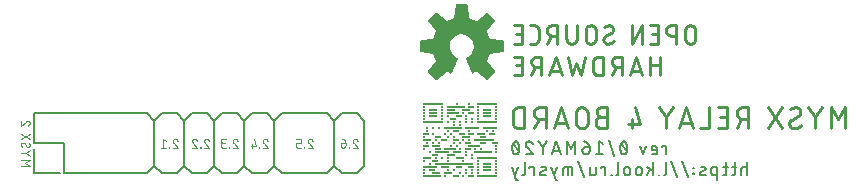
<source format=gbo>
G04 EAGLE Gerber RS-274X export*
G75*
%MOMM*%
%FSLAX34Y34*%
%LPD*%
%INbottom_silk*%
%IPPOS*%
%AMOC8*
5,1,8,0,0,1.08239X$1,22.5*%
G01*
%ADD10C,0.228600*%
%ADD11C,0.177800*%
%ADD12C,0.254000*%
%ADD13R,1.524000X0.254000*%
%ADD14R,0.254000X0.254000*%
%ADD15R,0.508000X0.254000*%
%ADD16R,1.778000X0.254000*%
%ADD17R,0.762000X0.254000*%
%ADD18R,1.270000X0.254000*%
%ADD19R,3.302000X0.254000*%
%ADD20R,1.016000X0.254000*%
%ADD21C,0.076200*%
%ADD22C,0.152400*%

G36*
X408983Y104528D02*
X408983Y104528D01*
X409091Y104538D01*
X409104Y104544D01*
X409118Y104546D01*
X409215Y104594D01*
X409314Y104639D01*
X409327Y104650D01*
X409336Y104654D01*
X409351Y104670D01*
X409428Y104732D01*
X415460Y110764D01*
X415510Y110835D01*
X415515Y110840D01*
X415517Y110843D01*
X415523Y110852D01*
X415589Y110938D01*
X415594Y110951D01*
X415602Y110963D01*
X415633Y111066D01*
X415669Y111169D01*
X415669Y111183D01*
X415673Y111196D01*
X415669Y111304D01*
X415670Y111413D01*
X415665Y111426D01*
X415665Y111440D01*
X415627Y111542D01*
X415592Y111644D01*
X415583Y111659D01*
X415579Y111668D01*
X415565Y111685D01*
X415511Y111767D01*
X408657Y120173D01*
X409695Y122059D01*
X409703Y122081D01*
X409731Y122133D01*
X410748Y124589D01*
X410754Y124612D01*
X410776Y124667D01*
X411375Y126735D01*
X422165Y127832D01*
X422269Y127860D01*
X422375Y127885D01*
X422387Y127892D01*
X422400Y127895D01*
X422490Y127956D01*
X422583Y128013D01*
X422591Y128024D01*
X422603Y128032D01*
X422669Y128118D01*
X422738Y128202D01*
X422742Y128215D01*
X422751Y128226D01*
X422785Y128329D01*
X422824Y128430D01*
X422825Y128448D01*
X422829Y128457D01*
X422829Y128479D01*
X422838Y128577D01*
X422838Y137107D01*
X422821Y137214D01*
X422807Y137322D01*
X422801Y137334D01*
X422799Y137348D01*
X422747Y137444D01*
X422700Y137541D01*
X422690Y137551D01*
X422684Y137563D01*
X422604Y137637D01*
X422528Y137714D01*
X422516Y137720D01*
X422506Y137730D01*
X422407Y137775D01*
X422310Y137823D01*
X422292Y137827D01*
X422283Y137831D01*
X422262Y137833D01*
X422165Y137852D01*
X411375Y138949D01*
X410776Y141017D01*
X410765Y141038D01*
X410748Y141095D01*
X409731Y143551D01*
X409718Y143571D01*
X409695Y143625D01*
X408657Y145511D01*
X415511Y153917D01*
X415565Y154011D01*
X415622Y154103D01*
X415625Y154116D01*
X415632Y154128D01*
X415653Y154235D01*
X415678Y154340D01*
X415676Y154354D01*
X415679Y154368D01*
X415664Y154475D01*
X415654Y154583D01*
X415648Y154596D01*
X415646Y154610D01*
X415598Y154707D01*
X415553Y154806D01*
X415542Y154819D01*
X415538Y154828D01*
X415522Y154843D01*
X415460Y154920D01*
X409428Y160952D01*
X409340Y161015D01*
X409254Y161081D01*
X409241Y161086D01*
X409229Y161094D01*
X409126Y161125D01*
X409023Y161161D01*
X409009Y161161D01*
X408996Y161165D01*
X408888Y161161D01*
X408779Y161162D01*
X408766Y161157D01*
X408752Y161157D01*
X408650Y161119D01*
X408548Y161084D01*
X408533Y161075D01*
X408524Y161071D01*
X408507Y161057D01*
X408425Y161003D01*
X400019Y154149D01*
X398133Y155187D01*
X398111Y155195D01*
X398059Y155223D01*
X395603Y156240D01*
X395580Y156246D01*
X395525Y156268D01*
X393457Y156867D01*
X392360Y167657D01*
X392332Y167761D01*
X392307Y167867D01*
X392300Y167879D01*
X392297Y167892D01*
X392236Y167982D01*
X392179Y168075D01*
X392168Y168083D01*
X392160Y168095D01*
X392074Y168161D01*
X391990Y168230D01*
X391977Y168234D01*
X391966Y168243D01*
X391863Y168277D01*
X391762Y168316D01*
X391744Y168317D01*
X391735Y168321D01*
X391713Y168321D01*
X391615Y168330D01*
X383085Y168330D01*
X382978Y168313D01*
X382870Y168299D01*
X382858Y168293D01*
X382844Y168291D01*
X382748Y168239D01*
X382651Y168192D01*
X382641Y168182D01*
X382629Y168176D01*
X382555Y168096D01*
X382478Y168020D01*
X382472Y168008D01*
X382462Y167998D01*
X382417Y167899D01*
X382369Y167802D01*
X382365Y167784D01*
X382361Y167775D01*
X382359Y167754D01*
X382340Y167657D01*
X381243Y156867D01*
X379175Y156268D01*
X379154Y156257D01*
X379097Y156240D01*
X376641Y155223D01*
X376621Y155210D01*
X376567Y155187D01*
X374681Y154149D01*
X366275Y161003D01*
X366181Y161057D01*
X366089Y161114D01*
X366076Y161117D01*
X366064Y161124D01*
X365957Y161145D01*
X365852Y161170D01*
X365838Y161168D01*
X365824Y161171D01*
X365717Y161156D01*
X365609Y161146D01*
X365596Y161140D01*
X365583Y161138D01*
X365485Y161090D01*
X365386Y161045D01*
X365373Y161034D01*
X365364Y161030D01*
X365349Y161014D01*
X365272Y160952D01*
X359240Y154920D01*
X359177Y154832D01*
X359111Y154746D01*
X359106Y154733D01*
X359098Y154721D01*
X359067Y154618D01*
X359031Y154515D01*
X359031Y154501D01*
X359027Y154488D01*
X359031Y154380D01*
X359030Y154271D01*
X359035Y154258D01*
X359035Y154244D01*
X359073Y154142D01*
X359108Y154040D01*
X359117Y154025D01*
X359121Y154016D01*
X359135Y153999D01*
X359189Y153917D01*
X366043Y145511D01*
X365005Y143625D01*
X364997Y143603D01*
X364969Y143551D01*
X363952Y141095D01*
X363946Y141072D01*
X363924Y141017D01*
X363325Y138949D01*
X352535Y137852D01*
X352431Y137824D01*
X352325Y137799D01*
X352313Y137792D01*
X352300Y137789D01*
X352210Y137728D01*
X352117Y137671D01*
X352109Y137660D01*
X352097Y137652D01*
X352031Y137566D01*
X351963Y137482D01*
X351958Y137469D01*
X351949Y137458D01*
X351915Y137355D01*
X351876Y137254D01*
X351875Y137236D01*
X351871Y137227D01*
X351872Y137205D01*
X351862Y137107D01*
X351862Y128577D01*
X351879Y128470D01*
X351893Y128362D01*
X351899Y128350D01*
X351901Y128336D01*
X351953Y128240D01*
X352000Y128143D01*
X352010Y128133D01*
X352016Y128121D01*
X352096Y128047D01*
X352172Y127970D01*
X352184Y127964D01*
X352195Y127954D01*
X352293Y127909D01*
X352390Y127861D01*
X352408Y127857D01*
X352417Y127853D01*
X352438Y127851D01*
X352535Y127832D01*
X363325Y126735D01*
X363924Y124667D01*
X363935Y124646D01*
X363952Y124589D01*
X364969Y122133D01*
X364982Y122113D01*
X365005Y122059D01*
X366043Y120173D01*
X359189Y111767D01*
X359135Y111673D01*
X359078Y111581D01*
X359075Y111568D01*
X359068Y111556D01*
X359047Y111449D01*
X359022Y111344D01*
X359024Y111330D01*
X359021Y111316D01*
X359036Y111209D01*
X359046Y111101D01*
X359052Y111088D01*
X359054Y111075D01*
X359102Y110977D01*
X359147Y110878D01*
X359158Y110865D01*
X359162Y110856D01*
X359178Y110841D01*
X359240Y110764D01*
X365272Y104732D01*
X365360Y104669D01*
X365446Y104603D01*
X365459Y104598D01*
X365471Y104590D01*
X365574Y104559D01*
X365677Y104523D01*
X365691Y104523D01*
X365704Y104519D01*
X365812Y104523D01*
X365921Y104522D01*
X365934Y104527D01*
X365948Y104527D01*
X366050Y104565D01*
X366152Y104600D01*
X366167Y104609D01*
X366176Y104613D01*
X366193Y104627D01*
X366275Y104681D01*
X374675Y111530D01*
X375962Y110798D01*
X375981Y110791D01*
X376017Y110770D01*
X377826Y109931D01*
X377864Y109921D01*
X377900Y109902D01*
X377981Y109888D01*
X378061Y109866D01*
X378101Y109868D01*
X378140Y109862D01*
X378222Y109875D01*
X378305Y109880D01*
X378342Y109895D01*
X378381Y109901D01*
X378454Y109940D01*
X378531Y109971D01*
X378561Y109997D01*
X378597Y110016D01*
X378653Y110076D01*
X378716Y110130D01*
X378736Y110165D01*
X378764Y110194D01*
X378833Y110324D01*
X383856Y122450D01*
X383881Y122559D01*
X383910Y122666D01*
X383909Y122677D01*
X383912Y122688D01*
X383901Y122798D01*
X383893Y122910D01*
X383889Y122920D01*
X383888Y122931D01*
X383842Y123032D01*
X383799Y123135D01*
X383792Y123143D01*
X383787Y123153D01*
X383711Y123234D01*
X383638Y123318D01*
X383626Y123325D01*
X383620Y123331D01*
X383603Y123340D01*
X383514Y123399D01*
X381764Y124326D01*
X380272Y125518D01*
X379029Y126969D01*
X378079Y128626D01*
X377454Y130431D01*
X377178Y132321D01*
X377260Y134229D01*
X377696Y136089D01*
X378472Y137834D01*
X379561Y139404D01*
X380923Y140743D01*
X382511Y141804D01*
X384269Y142550D01*
X386136Y142955D01*
X388045Y143003D01*
X389930Y142695D01*
X391725Y142040D01*
X393365Y141061D01*
X394794Y139794D01*
X395961Y138282D01*
X396825Y136579D01*
X397356Y134744D01*
X397536Y132838D01*
X397392Y131136D01*
X396965Y129478D01*
X396265Y127915D01*
X395926Y127407D01*
X395425Y126658D01*
X395425Y126657D01*
X395314Y126491D01*
X394138Y125247D01*
X392770Y124218D01*
X391192Y123403D01*
X391100Y123334D01*
X391007Y123267D01*
X391002Y123261D01*
X390996Y123257D01*
X390931Y123162D01*
X390864Y123069D01*
X390862Y123062D01*
X390858Y123056D01*
X390827Y122945D01*
X390793Y122836D01*
X390793Y122828D01*
X390792Y122821D01*
X390797Y122707D01*
X390801Y122592D01*
X390804Y122583D01*
X390804Y122578D01*
X390810Y122563D01*
X390844Y122450D01*
X395867Y110324D01*
X395888Y110290D01*
X395901Y110253D01*
X395952Y110187D01*
X395996Y110117D01*
X396027Y110092D01*
X396051Y110060D01*
X396120Y110015D01*
X396184Y109962D01*
X396222Y109948D01*
X396255Y109926D01*
X396335Y109905D01*
X396413Y109876D01*
X396453Y109875D01*
X396491Y109865D01*
X396574Y109871D01*
X396656Y109868D01*
X396695Y109880D01*
X396735Y109883D01*
X396874Y109931D01*
X398683Y110770D01*
X398699Y110781D01*
X398738Y110798D01*
X400025Y111530D01*
X408425Y104681D01*
X408519Y104627D01*
X408611Y104570D01*
X408624Y104567D01*
X408636Y104560D01*
X408743Y104539D01*
X408848Y104514D01*
X408862Y104516D01*
X408876Y104513D01*
X408983Y104528D01*
G37*
D10*
X585265Y139432D02*
X585265Y146318D01*
X585263Y146448D01*
X585257Y146578D01*
X585247Y146708D01*
X585234Y146837D01*
X585216Y146966D01*
X585195Y147094D01*
X585169Y147221D01*
X585140Y147348D01*
X585107Y147474D01*
X585070Y147598D01*
X585030Y147722D01*
X584985Y147844D01*
X584937Y147965D01*
X584886Y148084D01*
X584831Y148202D01*
X584772Y148318D01*
X584710Y148432D01*
X584644Y148545D01*
X584575Y148655D01*
X584503Y148763D01*
X584428Y148869D01*
X584349Y148972D01*
X584267Y149073D01*
X584183Y149172D01*
X584095Y149268D01*
X584004Y149361D01*
X583911Y149452D01*
X583815Y149540D01*
X583716Y149624D01*
X583615Y149706D01*
X583512Y149785D01*
X583406Y149860D01*
X583298Y149932D01*
X583188Y150001D01*
X583075Y150067D01*
X582961Y150129D01*
X582845Y150188D01*
X582727Y150243D01*
X582608Y150294D01*
X582487Y150342D01*
X582365Y150387D01*
X582241Y150427D01*
X582117Y150464D01*
X581991Y150497D01*
X581864Y150526D01*
X581737Y150552D01*
X581609Y150573D01*
X581480Y150591D01*
X581351Y150604D01*
X581221Y150614D01*
X581091Y150620D01*
X580961Y150622D01*
X580831Y150620D01*
X580701Y150614D01*
X580571Y150604D01*
X580442Y150591D01*
X580313Y150573D01*
X580185Y150552D01*
X580058Y150526D01*
X579931Y150497D01*
X579805Y150464D01*
X579681Y150427D01*
X579557Y150387D01*
X579435Y150342D01*
X579314Y150294D01*
X579195Y150243D01*
X579077Y150188D01*
X578961Y150129D01*
X578847Y150067D01*
X578734Y150001D01*
X578624Y149932D01*
X578516Y149860D01*
X578410Y149785D01*
X578307Y149706D01*
X578206Y149624D01*
X578107Y149540D01*
X578011Y149452D01*
X577918Y149361D01*
X577827Y149268D01*
X577739Y149172D01*
X577655Y149073D01*
X577573Y148972D01*
X577494Y148869D01*
X577419Y148763D01*
X577347Y148655D01*
X577278Y148545D01*
X577212Y148432D01*
X577150Y148318D01*
X577091Y148202D01*
X577036Y148084D01*
X576985Y147965D01*
X576937Y147844D01*
X576892Y147722D01*
X576852Y147598D01*
X576815Y147474D01*
X576782Y147348D01*
X576753Y147221D01*
X576727Y147094D01*
X576706Y146966D01*
X576688Y146837D01*
X576675Y146708D01*
X576665Y146578D01*
X576659Y146448D01*
X576657Y146318D01*
X576657Y139432D01*
X576659Y139302D01*
X576665Y139172D01*
X576675Y139042D01*
X576688Y138913D01*
X576706Y138784D01*
X576727Y138656D01*
X576753Y138529D01*
X576782Y138402D01*
X576815Y138276D01*
X576852Y138152D01*
X576892Y138028D01*
X576937Y137906D01*
X576985Y137785D01*
X577036Y137666D01*
X577091Y137548D01*
X577150Y137432D01*
X577212Y137318D01*
X577278Y137205D01*
X577347Y137095D01*
X577419Y136987D01*
X577494Y136881D01*
X577573Y136778D01*
X577655Y136677D01*
X577739Y136578D01*
X577827Y136482D01*
X577918Y136389D01*
X578011Y136298D01*
X578107Y136210D01*
X578206Y136126D01*
X578307Y136044D01*
X578410Y135965D01*
X578516Y135890D01*
X578624Y135818D01*
X578734Y135749D01*
X578847Y135683D01*
X578961Y135621D01*
X579077Y135562D01*
X579195Y135507D01*
X579314Y135456D01*
X579435Y135408D01*
X579557Y135363D01*
X579681Y135323D01*
X579805Y135286D01*
X579931Y135253D01*
X580058Y135224D01*
X580185Y135198D01*
X580313Y135177D01*
X580442Y135159D01*
X580571Y135146D01*
X580701Y135136D01*
X580831Y135130D01*
X580961Y135128D01*
X581091Y135130D01*
X581221Y135136D01*
X581351Y135146D01*
X581480Y135159D01*
X581609Y135177D01*
X581737Y135198D01*
X581864Y135224D01*
X581991Y135253D01*
X582117Y135286D01*
X582241Y135323D01*
X582365Y135363D01*
X582487Y135408D01*
X582608Y135456D01*
X582727Y135507D01*
X582845Y135562D01*
X582961Y135621D01*
X583075Y135683D01*
X583188Y135749D01*
X583298Y135818D01*
X583406Y135890D01*
X583512Y135965D01*
X583615Y136044D01*
X583716Y136126D01*
X583815Y136210D01*
X583911Y136298D01*
X584004Y136389D01*
X584095Y136482D01*
X584183Y136578D01*
X584267Y136677D01*
X584349Y136778D01*
X584428Y136881D01*
X584503Y136987D01*
X584575Y137095D01*
X584644Y137205D01*
X584710Y137318D01*
X584772Y137432D01*
X584831Y137548D01*
X584886Y137666D01*
X584937Y137785D01*
X584985Y137906D01*
X585030Y138028D01*
X585070Y138152D01*
X585107Y138276D01*
X585140Y138402D01*
X585169Y138529D01*
X585195Y138656D01*
X585216Y138784D01*
X585234Y138913D01*
X585247Y139042D01*
X585257Y139172D01*
X585263Y139302D01*
X585265Y139432D01*
X568837Y135128D02*
X568837Y150622D01*
X564533Y150622D01*
X564403Y150620D01*
X564273Y150614D01*
X564143Y150604D01*
X564014Y150591D01*
X563885Y150573D01*
X563757Y150552D01*
X563630Y150526D01*
X563503Y150497D01*
X563377Y150464D01*
X563253Y150427D01*
X563129Y150387D01*
X563007Y150342D01*
X562886Y150294D01*
X562767Y150243D01*
X562649Y150188D01*
X562533Y150129D01*
X562419Y150067D01*
X562306Y150001D01*
X562196Y149932D01*
X562088Y149860D01*
X561982Y149785D01*
X561879Y149706D01*
X561778Y149624D01*
X561679Y149540D01*
X561583Y149452D01*
X561490Y149361D01*
X561399Y149268D01*
X561311Y149172D01*
X561227Y149073D01*
X561145Y148972D01*
X561066Y148869D01*
X560991Y148763D01*
X560919Y148655D01*
X560850Y148545D01*
X560784Y148432D01*
X560722Y148318D01*
X560663Y148202D01*
X560608Y148084D01*
X560557Y147965D01*
X560509Y147844D01*
X560464Y147722D01*
X560424Y147598D01*
X560387Y147474D01*
X560354Y147348D01*
X560325Y147221D01*
X560299Y147094D01*
X560278Y146966D01*
X560260Y146837D01*
X560247Y146708D01*
X560237Y146578D01*
X560231Y146448D01*
X560229Y146318D01*
X560231Y146188D01*
X560237Y146058D01*
X560247Y145928D01*
X560260Y145799D01*
X560278Y145670D01*
X560299Y145542D01*
X560325Y145415D01*
X560354Y145288D01*
X560387Y145162D01*
X560424Y145038D01*
X560464Y144914D01*
X560509Y144792D01*
X560557Y144671D01*
X560608Y144552D01*
X560663Y144434D01*
X560722Y144318D01*
X560784Y144204D01*
X560850Y144091D01*
X560919Y143981D01*
X560991Y143873D01*
X561066Y143767D01*
X561145Y143664D01*
X561227Y143563D01*
X561311Y143464D01*
X561399Y143368D01*
X561490Y143275D01*
X561583Y143184D01*
X561679Y143096D01*
X561778Y143012D01*
X561879Y142930D01*
X561982Y142851D01*
X562088Y142776D01*
X562196Y142704D01*
X562306Y142635D01*
X562419Y142569D01*
X562533Y142507D01*
X562649Y142448D01*
X562767Y142393D01*
X562886Y142342D01*
X563007Y142294D01*
X563129Y142249D01*
X563253Y142209D01*
X563377Y142172D01*
X563503Y142139D01*
X563630Y142110D01*
X563757Y142084D01*
X563885Y142063D01*
X564014Y142045D01*
X564143Y142032D01*
X564273Y142022D01*
X564403Y142016D01*
X564533Y142014D01*
X568837Y142014D01*
X553442Y135128D02*
X546556Y135128D01*
X553442Y135128D02*
X553442Y150622D01*
X546556Y150622D01*
X548278Y143736D02*
X553442Y143736D01*
X539934Y150622D02*
X539934Y135128D01*
X531326Y135128D02*
X539934Y150622D01*
X531326Y150622D02*
X531326Y135128D01*
X510802Y135128D02*
X510687Y135130D01*
X510572Y135136D01*
X510457Y135145D01*
X510343Y135159D01*
X510229Y135176D01*
X510116Y135197D01*
X510004Y135222D01*
X509892Y135250D01*
X509782Y135283D01*
X509673Y135319D01*
X509565Y135358D01*
X509458Y135401D01*
X509353Y135448D01*
X509249Y135498D01*
X509147Y135552D01*
X509047Y135609D01*
X508949Y135669D01*
X508853Y135732D01*
X508760Y135799D01*
X508668Y135869D01*
X508579Y135942D01*
X508492Y136017D01*
X508408Y136096D01*
X508327Y136177D01*
X508248Y136261D01*
X508173Y136348D01*
X508100Y136437D01*
X508030Y136529D01*
X507963Y136622D01*
X507900Y136718D01*
X507840Y136816D01*
X507783Y136916D01*
X507729Y137018D01*
X507679Y137122D01*
X507632Y137227D01*
X507589Y137334D01*
X507550Y137442D01*
X507514Y137551D01*
X507481Y137661D01*
X507453Y137773D01*
X507428Y137885D01*
X507407Y137998D01*
X507390Y138112D01*
X507376Y138226D01*
X507367Y138341D01*
X507361Y138456D01*
X507359Y138571D01*
X510802Y135128D02*
X510976Y135130D01*
X511150Y135136D01*
X511324Y135147D01*
X511497Y135161D01*
X511670Y135180D01*
X511843Y135203D01*
X512015Y135230D01*
X512186Y135261D01*
X512356Y135296D01*
X512526Y135335D01*
X512694Y135378D01*
X512862Y135426D01*
X513028Y135477D01*
X513193Y135532D01*
X513357Y135591D01*
X513519Y135655D01*
X513680Y135721D01*
X513839Y135792D01*
X513996Y135867D01*
X514152Y135945D01*
X514305Y136027D01*
X514457Y136113D01*
X514606Y136202D01*
X514753Y136295D01*
X514898Y136391D01*
X515041Y136491D01*
X515181Y136594D01*
X515319Y136700D01*
X515454Y136810D01*
X515586Y136923D01*
X515716Y137039D01*
X515843Y137158D01*
X515967Y137280D01*
X515536Y147179D02*
X515534Y147294D01*
X515528Y147409D01*
X515519Y147524D01*
X515505Y147638D01*
X515488Y147752D01*
X515467Y147865D01*
X515442Y147977D01*
X515414Y148089D01*
X515381Y148199D01*
X515345Y148308D01*
X515306Y148416D01*
X515263Y148523D01*
X515216Y148628D01*
X515166Y148732D01*
X515112Y148834D01*
X515055Y148934D01*
X514995Y149032D01*
X514932Y149128D01*
X514865Y149221D01*
X514795Y149313D01*
X514722Y149402D01*
X514647Y149489D01*
X514568Y149573D01*
X514487Y149654D01*
X514403Y149733D01*
X514316Y149808D01*
X514227Y149881D01*
X514135Y149951D01*
X514042Y150018D01*
X513946Y150081D01*
X513848Y150141D01*
X513748Y150198D01*
X513646Y150252D01*
X513542Y150302D01*
X513437Y150349D01*
X513330Y150392D01*
X513222Y150431D01*
X513113Y150467D01*
X513003Y150500D01*
X512891Y150528D01*
X512779Y150553D01*
X512666Y150574D01*
X512552Y150591D01*
X512438Y150605D01*
X512323Y150614D01*
X512208Y150620D01*
X512093Y150622D01*
X511933Y150620D01*
X511774Y150614D01*
X511614Y150604D01*
X511455Y150590D01*
X511296Y150573D01*
X511138Y150551D01*
X510980Y150525D01*
X510823Y150496D01*
X510667Y150462D01*
X510511Y150425D01*
X510357Y150384D01*
X510204Y150339D01*
X510051Y150291D01*
X509900Y150238D01*
X509751Y150182D01*
X509603Y150122D01*
X509456Y150059D01*
X509311Y149992D01*
X509168Y149921D01*
X509026Y149847D01*
X508886Y149769D01*
X508749Y149688D01*
X508613Y149604D01*
X508480Y149516D01*
X508348Y149425D01*
X508219Y149331D01*
X513814Y144166D02*
X513914Y144227D01*
X514012Y144292D01*
X514108Y144359D01*
X514201Y144430D01*
X514292Y144504D01*
X514380Y144581D01*
X514466Y144661D01*
X514549Y144744D01*
X514629Y144829D01*
X514706Y144917D01*
X514780Y145008D01*
X514851Y145101D01*
X514920Y145196D01*
X514984Y145294D01*
X515046Y145393D01*
X515104Y145495D01*
X515159Y145599D01*
X515210Y145704D01*
X515257Y145811D01*
X515301Y145920D01*
X515342Y146030D01*
X515378Y146141D01*
X515411Y146253D01*
X515440Y146367D01*
X515466Y146481D01*
X515487Y146596D01*
X515505Y146712D01*
X515518Y146828D01*
X515528Y146945D01*
X515534Y147062D01*
X515536Y147179D01*
X509080Y141584D02*
X508980Y141523D01*
X508882Y141458D01*
X508786Y141391D01*
X508693Y141320D01*
X508602Y141246D01*
X508514Y141169D01*
X508428Y141089D01*
X508345Y141006D01*
X508265Y140921D01*
X508188Y140833D01*
X508114Y140742D01*
X508043Y140649D01*
X507975Y140554D01*
X507910Y140456D01*
X507848Y140357D01*
X507790Y140255D01*
X507735Y140151D01*
X507684Y140046D01*
X507637Y139939D01*
X507593Y139830D01*
X507552Y139720D01*
X507516Y139609D01*
X507483Y139497D01*
X507454Y139383D01*
X507428Y139269D01*
X507407Y139154D01*
X507389Y139038D01*
X507376Y138922D01*
X507366Y138805D01*
X507360Y138688D01*
X507358Y138571D01*
X509080Y141584D02*
X513814Y144166D01*
X500856Y146318D02*
X500856Y139432D01*
X500856Y146318D02*
X500854Y146448D01*
X500848Y146578D01*
X500838Y146708D01*
X500825Y146837D01*
X500807Y146966D01*
X500786Y147094D01*
X500760Y147221D01*
X500731Y147348D01*
X500698Y147474D01*
X500661Y147598D01*
X500621Y147722D01*
X500576Y147844D01*
X500528Y147965D01*
X500477Y148084D01*
X500422Y148202D01*
X500363Y148318D01*
X500301Y148432D01*
X500235Y148545D01*
X500166Y148655D01*
X500094Y148763D01*
X500019Y148869D01*
X499940Y148972D01*
X499858Y149073D01*
X499774Y149172D01*
X499686Y149268D01*
X499595Y149361D01*
X499502Y149452D01*
X499406Y149540D01*
X499307Y149624D01*
X499206Y149706D01*
X499103Y149785D01*
X498997Y149860D01*
X498889Y149932D01*
X498779Y150001D01*
X498666Y150067D01*
X498552Y150129D01*
X498436Y150188D01*
X498318Y150243D01*
X498199Y150294D01*
X498078Y150342D01*
X497956Y150387D01*
X497832Y150427D01*
X497708Y150464D01*
X497582Y150497D01*
X497455Y150526D01*
X497328Y150552D01*
X497200Y150573D01*
X497071Y150591D01*
X496942Y150604D01*
X496812Y150614D01*
X496682Y150620D01*
X496552Y150622D01*
X496422Y150620D01*
X496292Y150614D01*
X496162Y150604D01*
X496033Y150591D01*
X495904Y150573D01*
X495776Y150552D01*
X495649Y150526D01*
X495522Y150497D01*
X495396Y150464D01*
X495272Y150427D01*
X495148Y150387D01*
X495026Y150342D01*
X494905Y150294D01*
X494786Y150243D01*
X494668Y150188D01*
X494552Y150129D01*
X494438Y150067D01*
X494325Y150001D01*
X494215Y149932D01*
X494107Y149860D01*
X494001Y149785D01*
X493898Y149706D01*
X493797Y149624D01*
X493698Y149540D01*
X493602Y149452D01*
X493509Y149361D01*
X493418Y149268D01*
X493330Y149172D01*
X493246Y149073D01*
X493164Y148972D01*
X493085Y148869D01*
X493010Y148763D01*
X492938Y148655D01*
X492869Y148545D01*
X492803Y148432D01*
X492741Y148318D01*
X492682Y148202D01*
X492627Y148084D01*
X492576Y147965D01*
X492528Y147844D01*
X492483Y147722D01*
X492443Y147598D01*
X492406Y147474D01*
X492373Y147348D01*
X492344Y147221D01*
X492318Y147094D01*
X492297Y146966D01*
X492279Y146837D01*
X492266Y146708D01*
X492256Y146578D01*
X492250Y146448D01*
X492248Y146318D01*
X492248Y139432D01*
X492250Y139302D01*
X492256Y139172D01*
X492266Y139042D01*
X492279Y138913D01*
X492297Y138784D01*
X492318Y138656D01*
X492344Y138529D01*
X492373Y138402D01*
X492406Y138276D01*
X492443Y138152D01*
X492483Y138028D01*
X492528Y137906D01*
X492576Y137785D01*
X492627Y137666D01*
X492682Y137548D01*
X492741Y137432D01*
X492803Y137318D01*
X492869Y137205D01*
X492938Y137095D01*
X493010Y136987D01*
X493085Y136881D01*
X493164Y136778D01*
X493246Y136677D01*
X493330Y136578D01*
X493418Y136482D01*
X493509Y136389D01*
X493602Y136298D01*
X493698Y136210D01*
X493797Y136126D01*
X493898Y136044D01*
X494001Y135965D01*
X494107Y135890D01*
X494215Y135818D01*
X494325Y135749D01*
X494438Y135683D01*
X494552Y135621D01*
X494668Y135562D01*
X494786Y135507D01*
X494905Y135456D01*
X495026Y135408D01*
X495148Y135363D01*
X495272Y135323D01*
X495396Y135286D01*
X495522Y135253D01*
X495649Y135224D01*
X495776Y135198D01*
X495904Y135177D01*
X496033Y135159D01*
X496162Y135146D01*
X496292Y135136D01*
X496422Y135130D01*
X496552Y135128D01*
X496682Y135130D01*
X496812Y135136D01*
X496942Y135146D01*
X497071Y135159D01*
X497200Y135177D01*
X497328Y135198D01*
X497455Y135224D01*
X497582Y135253D01*
X497708Y135286D01*
X497832Y135323D01*
X497956Y135363D01*
X498078Y135408D01*
X498199Y135456D01*
X498318Y135507D01*
X498436Y135562D01*
X498552Y135621D01*
X498666Y135683D01*
X498779Y135749D01*
X498889Y135818D01*
X498997Y135890D01*
X499103Y135965D01*
X499206Y136044D01*
X499307Y136126D01*
X499406Y136210D01*
X499502Y136298D01*
X499595Y136389D01*
X499686Y136482D01*
X499774Y136578D01*
X499858Y136677D01*
X499940Y136778D01*
X500019Y136881D01*
X500094Y136987D01*
X500166Y137095D01*
X500235Y137205D01*
X500301Y137318D01*
X500363Y137432D01*
X500422Y137548D01*
X500477Y137666D01*
X500528Y137785D01*
X500576Y137906D01*
X500621Y138028D01*
X500661Y138152D01*
X500698Y138276D01*
X500731Y138402D01*
X500760Y138529D01*
X500786Y138656D01*
X500807Y138784D01*
X500825Y138913D01*
X500838Y139042D01*
X500848Y139172D01*
X500854Y139302D01*
X500856Y139432D01*
X484704Y139432D02*
X484704Y150622D01*
X484704Y139432D02*
X484702Y139302D01*
X484696Y139172D01*
X484686Y139042D01*
X484673Y138913D01*
X484655Y138784D01*
X484634Y138656D01*
X484608Y138529D01*
X484579Y138402D01*
X484546Y138276D01*
X484509Y138152D01*
X484469Y138028D01*
X484424Y137906D01*
X484376Y137785D01*
X484325Y137666D01*
X484270Y137548D01*
X484211Y137432D01*
X484149Y137318D01*
X484083Y137205D01*
X484014Y137095D01*
X483942Y136987D01*
X483867Y136881D01*
X483788Y136778D01*
X483706Y136677D01*
X483622Y136578D01*
X483534Y136482D01*
X483443Y136389D01*
X483350Y136298D01*
X483254Y136210D01*
X483155Y136126D01*
X483054Y136044D01*
X482951Y135965D01*
X482845Y135890D01*
X482737Y135818D01*
X482627Y135749D01*
X482514Y135683D01*
X482400Y135621D01*
X482284Y135562D01*
X482166Y135507D01*
X482047Y135456D01*
X481926Y135408D01*
X481804Y135363D01*
X481680Y135323D01*
X481556Y135286D01*
X481430Y135253D01*
X481303Y135224D01*
X481176Y135198D01*
X481048Y135177D01*
X480919Y135159D01*
X480790Y135146D01*
X480660Y135136D01*
X480530Y135130D01*
X480400Y135128D01*
X480270Y135130D01*
X480140Y135136D01*
X480010Y135146D01*
X479881Y135159D01*
X479752Y135177D01*
X479624Y135198D01*
X479497Y135224D01*
X479370Y135253D01*
X479244Y135286D01*
X479120Y135323D01*
X478996Y135363D01*
X478874Y135408D01*
X478753Y135456D01*
X478634Y135507D01*
X478516Y135562D01*
X478400Y135621D01*
X478286Y135683D01*
X478173Y135749D01*
X478063Y135818D01*
X477955Y135890D01*
X477849Y135965D01*
X477746Y136044D01*
X477645Y136126D01*
X477546Y136210D01*
X477450Y136298D01*
X477357Y136389D01*
X477266Y136482D01*
X477178Y136578D01*
X477094Y136677D01*
X477012Y136778D01*
X476933Y136881D01*
X476858Y136987D01*
X476786Y137095D01*
X476717Y137205D01*
X476651Y137318D01*
X476589Y137432D01*
X476530Y137548D01*
X476475Y137666D01*
X476424Y137785D01*
X476376Y137906D01*
X476331Y138028D01*
X476291Y138152D01*
X476254Y138276D01*
X476221Y138402D01*
X476192Y138529D01*
X476166Y138656D01*
X476145Y138784D01*
X476127Y138913D01*
X476114Y139042D01*
X476104Y139172D01*
X476098Y139302D01*
X476096Y139432D01*
X476096Y150622D01*
X467911Y150622D02*
X467911Y135128D01*
X467911Y150622D02*
X463607Y150622D01*
X463477Y150620D01*
X463347Y150614D01*
X463217Y150604D01*
X463088Y150591D01*
X462959Y150573D01*
X462831Y150552D01*
X462704Y150526D01*
X462577Y150497D01*
X462451Y150464D01*
X462327Y150427D01*
X462203Y150387D01*
X462081Y150342D01*
X461960Y150294D01*
X461841Y150243D01*
X461723Y150188D01*
X461607Y150129D01*
X461493Y150067D01*
X461380Y150001D01*
X461270Y149932D01*
X461162Y149860D01*
X461056Y149785D01*
X460953Y149706D01*
X460852Y149624D01*
X460753Y149540D01*
X460657Y149452D01*
X460564Y149361D01*
X460473Y149268D01*
X460385Y149172D01*
X460301Y149073D01*
X460219Y148972D01*
X460140Y148869D01*
X460065Y148763D01*
X459993Y148655D01*
X459924Y148545D01*
X459858Y148432D01*
X459796Y148318D01*
X459737Y148202D01*
X459682Y148084D01*
X459631Y147965D01*
X459583Y147844D01*
X459538Y147722D01*
X459498Y147598D01*
X459461Y147474D01*
X459428Y147348D01*
X459399Y147221D01*
X459373Y147094D01*
X459352Y146966D01*
X459334Y146837D01*
X459321Y146708D01*
X459311Y146578D01*
X459305Y146448D01*
X459303Y146318D01*
X459305Y146188D01*
X459311Y146058D01*
X459321Y145928D01*
X459334Y145799D01*
X459352Y145670D01*
X459373Y145542D01*
X459399Y145415D01*
X459428Y145288D01*
X459461Y145162D01*
X459498Y145038D01*
X459538Y144914D01*
X459583Y144792D01*
X459631Y144671D01*
X459682Y144552D01*
X459737Y144434D01*
X459796Y144318D01*
X459858Y144204D01*
X459924Y144091D01*
X459993Y143981D01*
X460065Y143873D01*
X460140Y143767D01*
X460219Y143664D01*
X460301Y143563D01*
X460385Y143464D01*
X460473Y143368D01*
X460564Y143275D01*
X460657Y143184D01*
X460753Y143096D01*
X460852Y143012D01*
X460953Y142930D01*
X461056Y142851D01*
X461162Y142776D01*
X461270Y142704D01*
X461380Y142635D01*
X461493Y142569D01*
X461607Y142507D01*
X461723Y142448D01*
X461841Y142393D01*
X461960Y142342D01*
X462081Y142294D01*
X462203Y142249D01*
X462327Y142209D01*
X462451Y142172D01*
X462577Y142139D01*
X462704Y142110D01*
X462831Y142084D01*
X462959Y142063D01*
X463088Y142045D01*
X463217Y142032D01*
X463347Y142022D01*
X463477Y142016D01*
X463607Y142014D01*
X467911Y142014D01*
X462746Y142014D02*
X459303Y135128D01*
X449008Y135128D02*
X445564Y135128D01*
X449008Y135128D02*
X449123Y135130D01*
X449238Y135136D01*
X449353Y135145D01*
X449467Y135159D01*
X449581Y135176D01*
X449694Y135197D01*
X449806Y135222D01*
X449918Y135250D01*
X450028Y135283D01*
X450137Y135319D01*
X450245Y135358D01*
X450352Y135401D01*
X450457Y135448D01*
X450561Y135498D01*
X450663Y135552D01*
X450763Y135609D01*
X450861Y135669D01*
X450957Y135732D01*
X451050Y135799D01*
X451142Y135869D01*
X451231Y135942D01*
X451318Y136018D01*
X451402Y136096D01*
X451483Y136177D01*
X451562Y136262D01*
X451637Y136348D01*
X451710Y136437D01*
X451780Y136529D01*
X451847Y136622D01*
X451910Y136718D01*
X451970Y136816D01*
X452027Y136916D01*
X452081Y137018D01*
X452131Y137122D01*
X452178Y137227D01*
X452221Y137334D01*
X452261Y137442D01*
X452296Y137551D01*
X452329Y137661D01*
X452357Y137773D01*
X452382Y137885D01*
X452403Y137998D01*
X452420Y138112D01*
X452434Y138226D01*
X452443Y138341D01*
X452449Y138456D01*
X452451Y138571D01*
X452451Y147179D01*
X452449Y147294D01*
X452443Y147409D01*
X452434Y147524D01*
X452420Y147638D01*
X452403Y147752D01*
X452382Y147865D01*
X452357Y147977D01*
X452329Y148089D01*
X452296Y148199D01*
X452261Y148308D01*
X452221Y148416D01*
X452178Y148523D01*
X452131Y148628D01*
X452081Y148732D01*
X452027Y148834D01*
X451970Y148934D01*
X451910Y149032D01*
X451847Y149128D01*
X451780Y149221D01*
X451710Y149313D01*
X451637Y149402D01*
X451562Y149488D01*
X451483Y149573D01*
X451402Y149654D01*
X451318Y149732D01*
X451231Y149808D01*
X451142Y149881D01*
X451050Y149951D01*
X450957Y150018D01*
X450861Y150081D01*
X450763Y150141D01*
X450663Y150198D01*
X450561Y150252D01*
X450457Y150302D01*
X450352Y150349D01*
X450245Y150392D01*
X450137Y150431D01*
X450028Y150467D01*
X449918Y150500D01*
X449806Y150528D01*
X449694Y150553D01*
X449581Y150574D01*
X449467Y150591D01*
X449353Y150605D01*
X449238Y150614D01*
X449123Y150620D01*
X449008Y150622D01*
X445564Y150622D01*
X438813Y135128D02*
X431927Y135128D01*
X438813Y135128D02*
X438813Y150622D01*
X431927Y150622D01*
X433649Y143736D02*
X438813Y143736D01*
X555565Y123952D02*
X555565Y108458D01*
X555565Y117066D02*
X546958Y117066D01*
X546958Y123952D02*
X546958Y108458D01*
X540274Y108458D02*
X535109Y123952D01*
X529945Y108458D01*
X531236Y112332D02*
X538983Y112332D01*
X523141Y108458D02*
X523141Y123952D01*
X518837Y123952D01*
X518707Y123950D01*
X518577Y123944D01*
X518447Y123934D01*
X518318Y123921D01*
X518189Y123903D01*
X518061Y123882D01*
X517934Y123856D01*
X517807Y123827D01*
X517681Y123794D01*
X517557Y123757D01*
X517433Y123717D01*
X517311Y123672D01*
X517190Y123624D01*
X517071Y123573D01*
X516953Y123518D01*
X516837Y123459D01*
X516723Y123397D01*
X516610Y123331D01*
X516500Y123262D01*
X516392Y123190D01*
X516286Y123115D01*
X516183Y123036D01*
X516082Y122954D01*
X515983Y122870D01*
X515887Y122782D01*
X515794Y122691D01*
X515703Y122598D01*
X515615Y122502D01*
X515531Y122403D01*
X515449Y122302D01*
X515370Y122199D01*
X515295Y122093D01*
X515223Y121985D01*
X515154Y121875D01*
X515088Y121762D01*
X515026Y121648D01*
X514967Y121532D01*
X514912Y121414D01*
X514861Y121295D01*
X514813Y121174D01*
X514768Y121052D01*
X514728Y120928D01*
X514691Y120804D01*
X514658Y120678D01*
X514629Y120551D01*
X514603Y120424D01*
X514582Y120296D01*
X514564Y120167D01*
X514551Y120038D01*
X514541Y119908D01*
X514535Y119778D01*
X514533Y119648D01*
X514535Y119518D01*
X514541Y119388D01*
X514551Y119258D01*
X514564Y119129D01*
X514582Y119000D01*
X514603Y118872D01*
X514629Y118745D01*
X514658Y118618D01*
X514691Y118492D01*
X514728Y118368D01*
X514768Y118244D01*
X514813Y118122D01*
X514861Y118001D01*
X514912Y117882D01*
X514967Y117764D01*
X515026Y117648D01*
X515088Y117534D01*
X515154Y117421D01*
X515223Y117311D01*
X515295Y117203D01*
X515370Y117097D01*
X515449Y116994D01*
X515531Y116893D01*
X515615Y116794D01*
X515703Y116698D01*
X515794Y116605D01*
X515887Y116514D01*
X515983Y116426D01*
X516082Y116342D01*
X516183Y116260D01*
X516286Y116181D01*
X516392Y116106D01*
X516500Y116034D01*
X516610Y115965D01*
X516723Y115899D01*
X516837Y115837D01*
X516953Y115778D01*
X517071Y115723D01*
X517190Y115672D01*
X517311Y115624D01*
X517433Y115579D01*
X517557Y115539D01*
X517681Y115502D01*
X517807Y115469D01*
X517934Y115440D01*
X518061Y115414D01*
X518189Y115393D01*
X518318Y115375D01*
X518447Y115362D01*
X518577Y115352D01*
X518707Y115346D01*
X518837Y115344D01*
X523141Y115344D01*
X517977Y115344D02*
X514534Y108458D01*
X507108Y108458D02*
X507108Y123952D01*
X502805Y123952D01*
X502675Y123950D01*
X502545Y123944D01*
X502415Y123934D01*
X502286Y123921D01*
X502157Y123903D01*
X502029Y123882D01*
X501902Y123856D01*
X501775Y123827D01*
X501649Y123794D01*
X501525Y123757D01*
X501401Y123717D01*
X501279Y123672D01*
X501158Y123624D01*
X501039Y123573D01*
X500921Y123518D01*
X500805Y123459D01*
X500691Y123397D01*
X500578Y123331D01*
X500468Y123262D01*
X500360Y123190D01*
X500254Y123115D01*
X500151Y123036D01*
X500050Y122954D01*
X499951Y122870D01*
X499855Y122782D01*
X499762Y122691D01*
X499671Y122598D01*
X499583Y122502D01*
X499499Y122403D01*
X499417Y122302D01*
X499338Y122199D01*
X499263Y122093D01*
X499191Y121985D01*
X499122Y121875D01*
X499056Y121762D01*
X498994Y121648D01*
X498935Y121532D01*
X498880Y121414D01*
X498829Y121295D01*
X498781Y121174D01*
X498736Y121052D01*
X498696Y120928D01*
X498659Y120804D01*
X498626Y120678D01*
X498597Y120551D01*
X498571Y120424D01*
X498550Y120296D01*
X498532Y120167D01*
X498519Y120038D01*
X498509Y119908D01*
X498503Y119778D01*
X498501Y119648D01*
X498501Y112762D01*
X498503Y112632D01*
X498509Y112502D01*
X498519Y112372D01*
X498532Y112243D01*
X498550Y112114D01*
X498571Y111986D01*
X498597Y111859D01*
X498626Y111732D01*
X498659Y111606D01*
X498696Y111482D01*
X498736Y111358D01*
X498781Y111236D01*
X498829Y111115D01*
X498880Y110996D01*
X498935Y110878D01*
X498994Y110762D01*
X499056Y110648D01*
X499122Y110535D01*
X499191Y110425D01*
X499263Y110317D01*
X499338Y110211D01*
X499417Y110108D01*
X499499Y110007D01*
X499583Y109908D01*
X499671Y109812D01*
X499762Y109719D01*
X499855Y109628D01*
X499951Y109540D01*
X500050Y109456D01*
X500151Y109374D01*
X500254Y109295D01*
X500360Y109220D01*
X500468Y109148D01*
X500578Y109079D01*
X500691Y109013D01*
X500805Y108951D01*
X500921Y108892D01*
X501039Y108837D01*
X501158Y108786D01*
X501279Y108738D01*
X501401Y108693D01*
X501525Y108653D01*
X501649Y108616D01*
X501775Y108583D01*
X501902Y108554D01*
X502029Y108528D01*
X502157Y108507D01*
X502286Y108489D01*
X502415Y108476D01*
X502545Y108466D01*
X502675Y108460D01*
X502805Y108458D01*
X507108Y108458D01*
X488011Y108458D02*
X491454Y123952D01*
X484568Y118787D02*
X488011Y108458D01*
X481125Y108458D02*
X484568Y118787D01*
X477682Y123952D02*
X481125Y108458D01*
X472017Y108458D02*
X466853Y123952D01*
X461688Y108458D01*
X462979Y112332D02*
X470726Y112332D01*
X454885Y108458D02*
X454885Y123952D01*
X450581Y123952D01*
X450451Y123950D01*
X450321Y123944D01*
X450191Y123934D01*
X450062Y123921D01*
X449933Y123903D01*
X449805Y123882D01*
X449678Y123856D01*
X449551Y123827D01*
X449425Y123794D01*
X449301Y123757D01*
X449177Y123717D01*
X449055Y123672D01*
X448934Y123624D01*
X448815Y123573D01*
X448697Y123518D01*
X448581Y123459D01*
X448467Y123397D01*
X448354Y123331D01*
X448244Y123262D01*
X448136Y123190D01*
X448030Y123115D01*
X447927Y123036D01*
X447826Y122954D01*
X447727Y122870D01*
X447631Y122782D01*
X447538Y122691D01*
X447447Y122598D01*
X447359Y122502D01*
X447275Y122403D01*
X447193Y122302D01*
X447114Y122199D01*
X447039Y122093D01*
X446967Y121985D01*
X446898Y121875D01*
X446832Y121762D01*
X446770Y121648D01*
X446711Y121532D01*
X446656Y121414D01*
X446605Y121295D01*
X446557Y121174D01*
X446512Y121052D01*
X446472Y120928D01*
X446435Y120804D01*
X446402Y120678D01*
X446373Y120551D01*
X446347Y120424D01*
X446326Y120296D01*
X446308Y120167D01*
X446295Y120038D01*
X446285Y119908D01*
X446279Y119778D01*
X446277Y119648D01*
X446279Y119518D01*
X446285Y119388D01*
X446295Y119258D01*
X446308Y119129D01*
X446326Y119000D01*
X446347Y118872D01*
X446373Y118745D01*
X446402Y118618D01*
X446435Y118492D01*
X446472Y118368D01*
X446512Y118244D01*
X446557Y118122D01*
X446605Y118001D01*
X446656Y117882D01*
X446711Y117764D01*
X446770Y117648D01*
X446832Y117534D01*
X446898Y117421D01*
X446967Y117311D01*
X447039Y117203D01*
X447114Y117097D01*
X447193Y116994D01*
X447275Y116893D01*
X447359Y116794D01*
X447447Y116698D01*
X447538Y116605D01*
X447631Y116514D01*
X447727Y116426D01*
X447826Y116342D01*
X447927Y116260D01*
X448030Y116181D01*
X448136Y116106D01*
X448244Y116034D01*
X448354Y115965D01*
X448467Y115899D01*
X448581Y115837D01*
X448697Y115778D01*
X448815Y115723D01*
X448934Y115672D01*
X449055Y115624D01*
X449177Y115579D01*
X449301Y115539D01*
X449425Y115502D01*
X449551Y115469D01*
X449678Y115440D01*
X449805Y115414D01*
X449933Y115393D01*
X450062Y115375D01*
X450191Y115362D01*
X450321Y115352D01*
X450451Y115346D01*
X450581Y115344D01*
X454885Y115344D01*
X449720Y115344D02*
X446277Y108458D01*
X438813Y108458D02*
X431927Y108458D01*
X438813Y108458D02*
X438813Y123952D01*
X431927Y123952D01*
X433649Y117066D02*
X438813Y117066D01*
D11*
X560487Y48810D02*
X560487Y41529D01*
X560487Y48810D02*
X556846Y48810D01*
X556846Y47597D01*
X551138Y41529D02*
X548104Y41529D01*
X551138Y41529D02*
X551222Y41531D01*
X551306Y41537D01*
X551389Y41546D01*
X551472Y41560D01*
X551555Y41577D01*
X551636Y41598D01*
X551716Y41623D01*
X551795Y41652D01*
X551873Y41684D01*
X551949Y41720D01*
X552024Y41759D01*
X552096Y41802D01*
X552167Y41848D01*
X552235Y41897D01*
X552301Y41949D01*
X552364Y42004D01*
X552425Y42062D01*
X552483Y42123D01*
X552538Y42186D01*
X552590Y42252D01*
X552639Y42320D01*
X552685Y42391D01*
X552728Y42463D01*
X552767Y42538D01*
X552803Y42614D01*
X552835Y42692D01*
X552864Y42771D01*
X552889Y42851D01*
X552910Y42932D01*
X552927Y43015D01*
X552941Y43098D01*
X552950Y43181D01*
X552956Y43265D01*
X552958Y43349D01*
X552958Y46383D01*
X552956Y46481D01*
X552950Y46578D01*
X552940Y46676D01*
X552927Y46772D01*
X552909Y46868D01*
X552887Y46964D01*
X552862Y47058D01*
X552833Y47152D01*
X552800Y47244D01*
X552764Y47334D01*
X552724Y47423D01*
X552680Y47511D01*
X552633Y47597D01*
X552582Y47680D01*
X552528Y47762D01*
X552471Y47841D01*
X552411Y47918D01*
X552348Y47992D01*
X552281Y48064D01*
X552212Y48133D01*
X552140Y48200D01*
X552066Y48263D01*
X551989Y48323D01*
X551910Y48380D01*
X551828Y48434D01*
X551745Y48485D01*
X551659Y48532D01*
X551571Y48576D01*
X551482Y48616D01*
X551392Y48652D01*
X551300Y48685D01*
X551206Y48714D01*
X551112Y48739D01*
X551016Y48761D01*
X550920Y48779D01*
X550824Y48792D01*
X550726Y48802D01*
X550629Y48808D01*
X550531Y48810D01*
X550433Y48808D01*
X550336Y48802D01*
X550238Y48792D01*
X550142Y48779D01*
X550046Y48761D01*
X549950Y48739D01*
X549856Y48714D01*
X549762Y48685D01*
X549670Y48652D01*
X549580Y48616D01*
X549491Y48576D01*
X549403Y48532D01*
X549318Y48485D01*
X549234Y48434D01*
X549152Y48380D01*
X549073Y48323D01*
X548996Y48263D01*
X548922Y48200D01*
X548850Y48133D01*
X548781Y48064D01*
X548714Y47992D01*
X548651Y47918D01*
X548591Y47841D01*
X548534Y47762D01*
X548480Y47680D01*
X548429Y47597D01*
X548382Y47511D01*
X548338Y47423D01*
X548298Y47334D01*
X548262Y47244D01*
X548229Y47152D01*
X548200Y47058D01*
X548175Y46964D01*
X548153Y46868D01*
X548135Y46772D01*
X548122Y46676D01*
X548112Y46578D01*
X548106Y46481D01*
X548104Y46383D01*
X548104Y45170D01*
X552958Y45170D01*
X543433Y48810D02*
X541006Y41529D01*
X538579Y48810D01*
X527656Y46990D02*
X527653Y47205D01*
X527646Y47420D01*
X527633Y47634D01*
X527615Y47848D01*
X527592Y48062D01*
X527564Y48275D01*
X527531Y48487D01*
X527492Y48698D01*
X527449Y48909D01*
X527401Y49118D01*
X527347Y49326D01*
X527289Y49533D01*
X527226Y49739D01*
X527158Y49942D01*
X527085Y50144D01*
X527007Y50345D01*
X526925Y50543D01*
X526838Y50740D01*
X526746Y50934D01*
X526747Y50934D02*
X526715Y51021D01*
X526679Y51107D01*
X526640Y51191D01*
X526598Y51274D01*
X526552Y51355D01*
X526503Y51433D01*
X526451Y51510D01*
X526395Y51584D01*
X526337Y51656D01*
X526275Y51726D01*
X526211Y51793D01*
X526144Y51857D01*
X526074Y51919D01*
X526002Y51977D01*
X525928Y52033D01*
X525851Y52085D01*
X525773Y52134D01*
X525692Y52180D01*
X525609Y52223D01*
X525525Y52262D01*
X525439Y52297D01*
X525352Y52329D01*
X525264Y52358D01*
X525174Y52382D01*
X525084Y52403D01*
X524993Y52420D01*
X524901Y52434D01*
X524808Y52443D01*
X524716Y52449D01*
X524623Y52451D01*
X524530Y52449D01*
X524438Y52443D01*
X524345Y52434D01*
X524253Y52420D01*
X524162Y52403D01*
X524072Y52382D01*
X523982Y52358D01*
X523894Y52329D01*
X523807Y52297D01*
X523721Y52262D01*
X523637Y52223D01*
X523554Y52180D01*
X523473Y52134D01*
X523395Y52085D01*
X523318Y52033D01*
X523244Y51977D01*
X523172Y51919D01*
X523102Y51857D01*
X523035Y51793D01*
X522971Y51726D01*
X522909Y51656D01*
X522851Y51584D01*
X522796Y51510D01*
X522743Y51433D01*
X522694Y51355D01*
X522648Y51274D01*
X522606Y51191D01*
X522567Y51107D01*
X522531Y51021D01*
X522499Y50934D01*
X522407Y50740D01*
X522320Y50543D01*
X522238Y50345D01*
X522160Y50145D01*
X522087Y49942D01*
X522019Y49739D01*
X521956Y49533D01*
X521898Y49326D01*
X521844Y49118D01*
X521796Y48909D01*
X521753Y48698D01*
X521714Y48487D01*
X521681Y48275D01*
X521653Y48062D01*
X521630Y47848D01*
X521612Y47634D01*
X521599Y47420D01*
X521592Y47205D01*
X521589Y46990D01*
X527657Y46990D02*
X527654Y46775D01*
X527647Y46560D01*
X527634Y46346D01*
X527616Y46132D01*
X527593Y45918D01*
X527565Y45705D01*
X527532Y45493D01*
X527493Y45281D01*
X527450Y45071D01*
X527402Y44862D01*
X527348Y44653D01*
X527290Y44447D01*
X527227Y44241D01*
X527159Y44037D01*
X527086Y43835D01*
X527008Y43635D01*
X526926Y43436D01*
X526839Y43240D01*
X526747Y43046D01*
X526715Y42959D01*
X526679Y42873D01*
X526640Y42789D01*
X526598Y42706D01*
X526552Y42625D01*
X526503Y42547D01*
X526450Y42470D01*
X526395Y42396D01*
X526337Y42324D01*
X526275Y42254D01*
X526211Y42187D01*
X526144Y42123D01*
X526074Y42061D01*
X526002Y42003D01*
X525928Y41947D01*
X525851Y41895D01*
X525773Y41846D01*
X525692Y41800D01*
X525609Y41757D01*
X525525Y41718D01*
X525439Y41683D01*
X525352Y41651D01*
X525264Y41622D01*
X525174Y41598D01*
X525084Y41577D01*
X524993Y41560D01*
X524901Y41546D01*
X524808Y41537D01*
X524716Y41531D01*
X524623Y41529D01*
X522499Y43046D02*
X522407Y43240D01*
X522320Y43436D01*
X522238Y43635D01*
X522160Y43835D01*
X522087Y44037D01*
X522019Y44241D01*
X521956Y44447D01*
X521898Y44653D01*
X521844Y44862D01*
X521796Y45071D01*
X521753Y45281D01*
X521714Y45493D01*
X521681Y45705D01*
X521653Y45918D01*
X521630Y46132D01*
X521612Y46346D01*
X521599Y46560D01*
X521592Y46775D01*
X521589Y46990D01*
X522499Y43046D02*
X522531Y42959D01*
X522567Y42873D01*
X522606Y42789D01*
X522648Y42706D01*
X522694Y42625D01*
X522743Y42547D01*
X522796Y42470D01*
X522851Y42396D01*
X522909Y42324D01*
X522971Y42254D01*
X523035Y42187D01*
X523102Y42123D01*
X523172Y42061D01*
X523244Y42003D01*
X523318Y41947D01*
X523395Y41895D01*
X523473Y41846D01*
X523554Y41800D01*
X523637Y41757D01*
X523721Y41718D01*
X523807Y41683D01*
X523894Y41651D01*
X523982Y41622D01*
X524072Y41598D01*
X524162Y41577D01*
X524253Y41560D01*
X524345Y41546D01*
X524438Y41537D01*
X524530Y41531D01*
X524623Y41529D01*
X527050Y43956D02*
X522196Y50024D01*
X511909Y53665D02*
X516763Y40315D01*
X507083Y50024D02*
X504049Y52451D01*
X504049Y41529D01*
X507083Y41529D02*
X501015Y41529D01*
X495653Y47597D02*
X492012Y47597D01*
X491914Y47595D01*
X491817Y47589D01*
X491719Y47579D01*
X491623Y47566D01*
X491527Y47548D01*
X491431Y47526D01*
X491337Y47501D01*
X491243Y47472D01*
X491151Y47439D01*
X491061Y47403D01*
X490972Y47363D01*
X490884Y47319D01*
X490799Y47272D01*
X490715Y47221D01*
X490633Y47167D01*
X490554Y47110D01*
X490477Y47050D01*
X490403Y46987D01*
X490331Y46920D01*
X490262Y46851D01*
X490195Y46779D01*
X490132Y46705D01*
X490072Y46628D01*
X490015Y46549D01*
X489961Y46467D01*
X489910Y46384D01*
X489863Y46298D01*
X489819Y46210D01*
X489779Y46121D01*
X489743Y46031D01*
X489710Y45939D01*
X489681Y45845D01*
X489656Y45751D01*
X489634Y45655D01*
X489616Y45559D01*
X489603Y45463D01*
X489593Y45365D01*
X489587Y45268D01*
X489585Y45170D01*
X489585Y44563D01*
X489587Y44455D01*
X489593Y44347D01*
X489602Y44239D01*
X489616Y44131D01*
X489633Y44024D01*
X489654Y43918D01*
X489679Y43813D01*
X489708Y43708D01*
X489740Y43605D01*
X489776Y43503D01*
X489816Y43402D01*
X489859Y43303D01*
X489906Y43205D01*
X489956Y43109D01*
X490010Y43015D01*
X490067Y42923D01*
X490127Y42833D01*
X490190Y42745D01*
X490257Y42659D01*
X490326Y42576D01*
X490398Y42496D01*
X490474Y42418D01*
X490552Y42342D01*
X490632Y42270D01*
X490715Y42201D01*
X490801Y42134D01*
X490889Y42071D01*
X490979Y42011D01*
X491071Y41954D01*
X491165Y41900D01*
X491261Y41850D01*
X491359Y41803D01*
X491458Y41760D01*
X491559Y41720D01*
X491661Y41684D01*
X491764Y41652D01*
X491869Y41623D01*
X491974Y41598D01*
X492080Y41577D01*
X492187Y41560D01*
X492295Y41546D01*
X492403Y41537D01*
X492511Y41531D01*
X492619Y41529D01*
X492727Y41531D01*
X492835Y41537D01*
X492943Y41546D01*
X493051Y41560D01*
X493158Y41577D01*
X493264Y41598D01*
X493369Y41623D01*
X493474Y41652D01*
X493577Y41684D01*
X493679Y41720D01*
X493780Y41760D01*
X493879Y41803D01*
X493977Y41850D01*
X494073Y41900D01*
X494167Y41954D01*
X494259Y42011D01*
X494349Y42071D01*
X494437Y42134D01*
X494523Y42201D01*
X494606Y42270D01*
X494686Y42342D01*
X494764Y42418D01*
X494840Y42496D01*
X494912Y42576D01*
X494981Y42659D01*
X495048Y42745D01*
X495111Y42833D01*
X495171Y42923D01*
X495228Y43015D01*
X495282Y43109D01*
X495332Y43205D01*
X495379Y43303D01*
X495422Y43402D01*
X495462Y43503D01*
X495498Y43605D01*
X495530Y43708D01*
X495559Y43813D01*
X495584Y43918D01*
X495605Y44024D01*
X495622Y44131D01*
X495636Y44239D01*
X495645Y44347D01*
X495651Y44455D01*
X495653Y44563D01*
X495653Y47597D01*
X495652Y47597D02*
X495650Y47736D01*
X495644Y47874D01*
X495634Y48012D01*
X495620Y48150D01*
X495603Y48288D01*
X495581Y48425D01*
X495555Y48561D01*
X495526Y48696D01*
X495493Y48831D01*
X495455Y48965D01*
X495414Y49097D01*
X495370Y49228D01*
X495321Y49358D01*
X495269Y49487D01*
X495213Y49613D01*
X495154Y49739D01*
X495091Y49862D01*
X495025Y49984D01*
X494955Y50104D01*
X494881Y50221D01*
X494805Y50337D01*
X494725Y50450D01*
X494642Y50561D01*
X494556Y50670D01*
X494466Y50776D01*
X494374Y50879D01*
X494279Y50980D01*
X494181Y51078D01*
X494080Y51173D01*
X493977Y51265D01*
X493871Y51355D01*
X493762Y51441D01*
X493651Y51524D01*
X493538Y51604D01*
X493422Y51680D01*
X493305Y51754D01*
X493185Y51824D01*
X493063Y51890D01*
X492940Y51953D01*
X492814Y52012D01*
X492688Y52068D01*
X492559Y52120D01*
X492429Y52169D01*
X492298Y52213D01*
X492166Y52254D01*
X492032Y52292D01*
X491897Y52325D01*
X491762Y52354D01*
X491626Y52380D01*
X491489Y52402D01*
X491351Y52419D01*
X491213Y52433D01*
X491075Y52443D01*
X490937Y52449D01*
X490798Y52451D01*
X483687Y52451D02*
X483687Y41529D01*
X480046Y46383D02*
X483687Y52451D01*
X480046Y46383D02*
X476405Y52451D01*
X476405Y41529D01*
X471114Y41529D02*
X467473Y52451D01*
X463832Y41529D01*
X464742Y44260D02*
X470203Y44260D01*
X459684Y52451D02*
X456043Y47293D01*
X452402Y52451D01*
X456043Y47293D02*
X456043Y41529D01*
X444310Y52452D02*
X444208Y52450D01*
X444106Y52444D01*
X444004Y52435D01*
X443903Y52421D01*
X443802Y52404D01*
X443702Y52384D01*
X443603Y52359D01*
X443505Y52331D01*
X443408Y52299D01*
X443312Y52263D01*
X443218Y52224D01*
X443125Y52182D01*
X443034Y52136D01*
X442945Y52086D01*
X442857Y52033D01*
X442772Y51977D01*
X442688Y51918D01*
X442607Y51856D01*
X442529Y51791D01*
X442452Y51723D01*
X442379Y51652D01*
X442308Y51579D01*
X442240Y51502D01*
X442175Y51424D01*
X442113Y51343D01*
X442054Y51259D01*
X441998Y51174D01*
X441945Y51087D01*
X441895Y50997D01*
X441849Y50906D01*
X441807Y50813D01*
X441768Y50719D01*
X441732Y50623D01*
X441700Y50526D01*
X441672Y50428D01*
X441647Y50329D01*
X441627Y50229D01*
X441610Y50128D01*
X441596Y50027D01*
X441587Y49925D01*
X441581Y49823D01*
X441579Y49721D01*
X444310Y52451D02*
X444426Y52449D01*
X444542Y52443D01*
X444658Y52434D01*
X444773Y52420D01*
X444888Y52403D01*
X445002Y52382D01*
X445115Y52357D01*
X445228Y52329D01*
X445339Y52297D01*
X445450Y52261D01*
X445559Y52221D01*
X445667Y52178D01*
X445773Y52131D01*
X445878Y52081D01*
X445981Y52028D01*
X446082Y51971D01*
X446181Y51910D01*
X446278Y51847D01*
X446373Y51780D01*
X446466Y51710D01*
X446556Y51637D01*
X446644Y51562D01*
X446730Y51483D01*
X446812Y51401D01*
X446892Y51317D01*
X446970Y51231D01*
X447044Y51141D01*
X447115Y51050D01*
X447183Y50956D01*
X447248Y50859D01*
X447310Y50761D01*
X447369Y50661D01*
X447424Y50559D01*
X447476Y50455D01*
X447524Y50349D01*
X447569Y50242D01*
X447610Y50134D01*
X447647Y50024D01*
X442489Y47597D02*
X442416Y47670D01*
X442345Y47745D01*
X442277Y47822D01*
X442211Y47902D01*
X442149Y47984D01*
X442089Y48068D01*
X442032Y48155D01*
X441979Y48243D01*
X441928Y48333D01*
X441881Y48425D01*
X441837Y48518D01*
X441796Y48613D01*
X441759Y48710D01*
X441725Y48807D01*
X441695Y48906D01*
X441668Y49005D01*
X441644Y49106D01*
X441624Y49207D01*
X441608Y49309D01*
X441595Y49412D01*
X441586Y49515D01*
X441581Y49618D01*
X441579Y49721D01*
X442489Y47597D02*
X447647Y41529D01*
X441579Y41529D01*
X436216Y46990D02*
X436213Y47205D01*
X436206Y47420D01*
X436193Y47634D01*
X436175Y47848D01*
X436152Y48062D01*
X436124Y48275D01*
X436091Y48487D01*
X436052Y48698D01*
X436009Y48909D01*
X435961Y49118D01*
X435907Y49326D01*
X435849Y49533D01*
X435786Y49739D01*
X435718Y49942D01*
X435645Y50144D01*
X435567Y50345D01*
X435485Y50543D01*
X435398Y50740D01*
X435306Y50934D01*
X435307Y50934D02*
X435275Y51021D01*
X435239Y51107D01*
X435200Y51191D01*
X435158Y51274D01*
X435112Y51355D01*
X435063Y51433D01*
X435011Y51510D01*
X434955Y51584D01*
X434897Y51656D01*
X434835Y51726D01*
X434771Y51793D01*
X434704Y51857D01*
X434634Y51919D01*
X434562Y51977D01*
X434488Y52033D01*
X434411Y52085D01*
X434333Y52134D01*
X434252Y52180D01*
X434169Y52223D01*
X434085Y52262D01*
X433999Y52297D01*
X433912Y52329D01*
X433824Y52358D01*
X433734Y52382D01*
X433644Y52403D01*
X433553Y52420D01*
X433461Y52434D01*
X433368Y52443D01*
X433276Y52449D01*
X433183Y52451D01*
X433090Y52449D01*
X432998Y52443D01*
X432905Y52434D01*
X432813Y52420D01*
X432722Y52403D01*
X432632Y52382D01*
X432542Y52358D01*
X432454Y52329D01*
X432367Y52297D01*
X432281Y52262D01*
X432197Y52223D01*
X432114Y52180D01*
X432033Y52134D01*
X431955Y52085D01*
X431878Y52033D01*
X431804Y51977D01*
X431732Y51919D01*
X431662Y51857D01*
X431595Y51793D01*
X431531Y51726D01*
X431469Y51656D01*
X431411Y51584D01*
X431356Y51510D01*
X431303Y51433D01*
X431254Y51355D01*
X431208Y51274D01*
X431166Y51191D01*
X431127Y51107D01*
X431091Y51021D01*
X431059Y50934D01*
X430967Y50740D01*
X430880Y50543D01*
X430798Y50345D01*
X430720Y50145D01*
X430647Y49942D01*
X430579Y49739D01*
X430516Y49533D01*
X430458Y49326D01*
X430404Y49118D01*
X430356Y48909D01*
X430313Y48698D01*
X430274Y48487D01*
X430241Y48275D01*
X430213Y48062D01*
X430190Y47848D01*
X430172Y47634D01*
X430159Y47420D01*
X430152Y47205D01*
X430149Y46990D01*
X436217Y46990D02*
X436214Y46775D01*
X436207Y46560D01*
X436194Y46346D01*
X436176Y46132D01*
X436153Y45918D01*
X436125Y45705D01*
X436092Y45493D01*
X436053Y45281D01*
X436010Y45071D01*
X435962Y44862D01*
X435908Y44653D01*
X435850Y44447D01*
X435787Y44241D01*
X435719Y44037D01*
X435646Y43835D01*
X435568Y43635D01*
X435486Y43436D01*
X435399Y43240D01*
X435307Y43046D01*
X435275Y42959D01*
X435239Y42873D01*
X435200Y42789D01*
X435158Y42706D01*
X435112Y42625D01*
X435063Y42547D01*
X435010Y42470D01*
X434955Y42396D01*
X434897Y42324D01*
X434835Y42254D01*
X434771Y42187D01*
X434704Y42123D01*
X434634Y42061D01*
X434562Y42003D01*
X434488Y41947D01*
X434411Y41895D01*
X434333Y41846D01*
X434252Y41800D01*
X434169Y41757D01*
X434085Y41718D01*
X433999Y41683D01*
X433912Y41651D01*
X433824Y41622D01*
X433734Y41598D01*
X433644Y41577D01*
X433553Y41560D01*
X433461Y41546D01*
X433368Y41537D01*
X433276Y41531D01*
X433183Y41529D01*
X431059Y43046D02*
X430967Y43240D01*
X430880Y43436D01*
X430798Y43635D01*
X430720Y43835D01*
X430647Y44037D01*
X430579Y44241D01*
X430516Y44447D01*
X430458Y44653D01*
X430404Y44862D01*
X430356Y45071D01*
X430313Y45281D01*
X430274Y45493D01*
X430241Y45705D01*
X430213Y45918D01*
X430190Y46132D01*
X430172Y46346D01*
X430159Y46560D01*
X430152Y46775D01*
X430149Y46990D01*
X431059Y43046D02*
X431091Y42959D01*
X431127Y42873D01*
X431166Y42789D01*
X431208Y42706D01*
X431254Y42625D01*
X431303Y42547D01*
X431356Y42470D01*
X431411Y42396D01*
X431469Y42324D01*
X431531Y42254D01*
X431595Y42187D01*
X431662Y42123D01*
X431732Y42061D01*
X431804Y42003D01*
X431878Y41947D01*
X431955Y41895D01*
X432033Y41846D01*
X432114Y41800D01*
X432197Y41757D01*
X432281Y41718D01*
X432367Y41683D01*
X432454Y41651D01*
X432542Y41622D01*
X432632Y41598D01*
X432722Y41577D01*
X432813Y41560D01*
X432905Y41546D01*
X432998Y41537D01*
X433090Y41531D01*
X433183Y41529D01*
X435610Y43956D02*
X430756Y50024D01*
D12*
X711709Y63500D02*
X711709Y81280D01*
X705783Y71402D01*
X699856Y81280D01*
X699856Y63500D01*
X686558Y72884D02*
X692484Y81280D01*
X686558Y72884D02*
X680631Y81280D01*
X686558Y72884D02*
X686558Y63500D01*
X668675Y63500D02*
X668551Y63502D01*
X668427Y63508D01*
X668303Y63518D01*
X668180Y63531D01*
X668057Y63549D01*
X667935Y63570D01*
X667813Y63595D01*
X667692Y63624D01*
X667573Y63657D01*
X667454Y63693D01*
X667337Y63734D01*
X667221Y63777D01*
X667106Y63825D01*
X666993Y63876D01*
X666881Y63931D01*
X666772Y63989D01*
X666664Y64050D01*
X666558Y64115D01*
X666454Y64183D01*
X666353Y64255D01*
X666253Y64329D01*
X666157Y64407D01*
X666062Y64487D01*
X665970Y64571D01*
X665881Y64657D01*
X665795Y64746D01*
X665711Y64838D01*
X665631Y64933D01*
X665553Y65029D01*
X665479Y65129D01*
X665407Y65230D01*
X665339Y65334D01*
X665274Y65440D01*
X665213Y65548D01*
X665155Y65657D01*
X665100Y65769D01*
X665049Y65882D01*
X665001Y65997D01*
X664958Y66113D01*
X664917Y66230D01*
X664881Y66349D01*
X664848Y66468D01*
X664819Y66589D01*
X664794Y66711D01*
X664773Y66833D01*
X664755Y66956D01*
X664742Y67079D01*
X664732Y67203D01*
X664726Y67327D01*
X664724Y67451D01*
X668675Y63500D02*
X668875Y63502D01*
X669074Y63510D01*
X669274Y63521D01*
X669473Y63538D01*
X669671Y63560D01*
X669869Y63586D01*
X670066Y63617D01*
X670263Y63652D01*
X670459Y63693D01*
X670653Y63738D01*
X670847Y63787D01*
X671039Y63842D01*
X671230Y63901D01*
X671419Y63964D01*
X671607Y64032D01*
X671793Y64104D01*
X671977Y64181D01*
X672160Y64262D01*
X672340Y64348D01*
X672519Y64438D01*
X672695Y64532D01*
X672869Y64630D01*
X673040Y64732D01*
X673209Y64839D01*
X673375Y64949D01*
X673539Y65064D01*
X673700Y65182D01*
X673858Y65304D01*
X674013Y65430D01*
X674165Y65560D01*
X674314Y65693D01*
X674460Y65829D01*
X674602Y65970D01*
X674108Y77329D02*
X674106Y77453D01*
X674100Y77577D01*
X674090Y77701D01*
X674077Y77824D01*
X674059Y77947D01*
X674038Y78069D01*
X674013Y78191D01*
X673984Y78312D01*
X673951Y78431D01*
X673915Y78550D01*
X673874Y78667D01*
X673831Y78783D01*
X673783Y78898D01*
X673732Y79011D01*
X673677Y79123D01*
X673619Y79232D01*
X673558Y79340D01*
X673493Y79446D01*
X673425Y79550D01*
X673353Y79651D01*
X673279Y79751D01*
X673201Y79847D01*
X673121Y79942D01*
X673037Y80034D01*
X672951Y80123D01*
X672862Y80209D01*
X672770Y80293D01*
X672675Y80373D01*
X672579Y80451D01*
X672479Y80525D01*
X672378Y80597D01*
X672274Y80665D01*
X672168Y80730D01*
X672060Y80791D01*
X671951Y80849D01*
X671839Y80904D01*
X671726Y80955D01*
X671611Y81003D01*
X671495Y81046D01*
X671378Y81087D01*
X671259Y81123D01*
X671140Y81156D01*
X671019Y81185D01*
X670897Y81210D01*
X670775Y81231D01*
X670652Y81249D01*
X670529Y81262D01*
X670405Y81272D01*
X670281Y81278D01*
X670157Y81280D01*
X669980Y81278D01*
X669804Y81272D01*
X669628Y81261D01*
X669452Y81246D01*
X669276Y81227D01*
X669101Y81204D01*
X668927Y81177D01*
X668753Y81146D01*
X668580Y81110D01*
X668408Y81071D01*
X668237Y81027D01*
X668067Y80979D01*
X667898Y80927D01*
X667731Y80871D01*
X667565Y80812D01*
X667400Y80748D01*
X667237Y80680D01*
X667076Y80609D01*
X666916Y80533D01*
X666758Y80454D01*
X666602Y80371D01*
X666448Y80285D01*
X666296Y80195D01*
X666147Y80101D01*
X666000Y80003D01*
X665855Y79903D01*
X665712Y79798D01*
X672132Y73872D02*
X672237Y73935D01*
X672340Y74002D01*
X672440Y74073D01*
X672538Y74146D01*
X672635Y74222D01*
X672728Y74301D01*
X672819Y74383D01*
X672908Y74467D01*
X672994Y74554D01*
X673078Y74644D01*
X673158Y74736D01*
X673236Y74831D01*
X673311Y74928D01*
X673383Y75028D01*
X673451Y75129D01*
X673517Y75233D01*
X673579Y75338D01*
X673638Y75445D01*
X673694Y75554D01*
X673747Y75665D01*
X673796Y75777D01*
X673842Y75891D01*
X673884Y76006D01*
X673922Y76122D01*
X673957Y76240D01*
X673989Y76358D01*
X674017Y76478D01*
X674041Y76598D01*
X674061Y76719D01*
X674078Y76840D01*
X674091Y76962D01*
X674101Y77084D01*
X674106Y77206D01*
X674108Y77329D01*
X666700Y70908D02*
X666595Y70845D01*
X666492Y70778D01*
X666392Y70707D01*
X666294Y70634D01*
X666197Y70558D01*
X666104Y70479D01*
X666013Y70397D01*
X665924Y70313D01*
X665838Y70226D01*
X665754Y70136D01*
X665674Y70044D01*
X665596Y69949D01*
X665521Y69852D01*
X665450Y69752D01*
X665381Y69651D01*
X665315Y69547D01*
X665253Y69442D01*
X665194Y69335D01*
X665138Y69226D01*
X665085Y69115D01*
X665036Y69003D01*
X664990Y68889D01*
X664948Y68774D01*
X664910Y68658D01*
X664875Y68540D01*
X664843Y68422D01*
X664815Y68302D01*
X664791Y68182D01*
X664771Y68061D01*
X664754Y67940D01*
X664741Y67818D01*
X664731Y67696D01*
X664726Y67574D01*
X664724Y67451D01*
X666700Y70908D02*
X672133Y73872D01*
X658695Y63500D02*
X646842Y81280D01*
X658695Y81280D02*
X646842Y63500D01*
X630208Y63500D02*
X630208Y81280D01*
X625270Y81280D01*
X625130Y81278D01*
X624991Y81272D01*
X624851Y81262D01*
X624712Y81248D01*
X624573Y81231D01*
X624435Y81209D01*
X624298Y81183D01*
X624161Y81154D01*
X624025Y81121D01*
X623891Y81084D01*
X623757Y81043D01*
X623625Y80998D01*
X623493Y80949D01*
X623364Y80897D01*
X623236Y80842D01*
X623109Y80782D01*
X622984Y80719D01*
X622861Y80653D01*
X622740Y80583D01*
X622621Y80510D01*
X622504Y80433D01*
X622390Y80353D01*
X622277Y80270D01*
X622167Y80184D01*
X622060Y80094D01*
X621955Y80002D01*
X621853Y79907D01*
X621753Y79809D01*
X621656Y79708D01*
X621562Y79604D01*
X621472Y79498D01*
X621384Y79389D01*
X621299Y79278D01*
X621218Y79164D01*
X621139Y79049D01*
X621064Y78931D01*
X620993Y78810D01*
X620925Y78688D01*
X620860Y78565D01*
X620799Y78439D01*
X620741Y78311D01*
X620687Y78183D01*
X620637Y78052D01*
X620590Y77920D01*
X620547Y77787D01*
X620508Y77653D01*
X620473Y77518D01*
X620442Y77382D01*
X620414Y77244D01*
X620391Y77107D01*
X620371Y76968D01*
X620355Y76829D01*
X620343Y76690D01*
X620335Y76551D01*
X620331Y76411D01*
X620331Y76271D01*
X620335Y76131D01*
X620343Y75992D01*
X620355Y75853D01*
X620371Y75714D01*
X620391Y75575D01*
X620414Y75438D01*
X620442Y75300D01*
X620473Y75164D01*
X620508Y75029D01*
X620547Y74895D01*
X620590Y74762D01*
X620637Y74630D01*
X620687Y74499D01*
X620741Y74371D01*
X620799Y74243D01*
X620860Y74117D01*
X620925Y73994D01*
X620993Y73871D01*
X621064Y73751D01*
X621139Y73633D01*
X621218Y73518D01*
X621299Y73404D01*
X621384Y73293D01*
X621472Y73184D01*
X621562Y73078D01*
X621656Y72974D01*
X621753Y72873D01*
X621853Y72775D01*
X621955Y72680D01*
X622060Y72588D01*
X622167Y72498D01*
X622277Y72412D01*
X622390Y72329D01*
X622504Y72249D01*
X622621Y72172D01*
X622740Y72099D01*
X622861Y72029D01*
X622984Y71963D01*
X623109Y71900D01*
X623236Y71840D01*
X623364Y71785D01*
X623493Y71733D01*
X623625Y71684D01*
X623757Y71639D01*
X623891Y71598D01*
X624025Y71561D01*
X624161Y71528D01*
X624298Y71499D01*
X624435Y71473D01*
X624573Y71451D01*
X624712Y71434D01*
X624851Y71420D01*
X624991Y71410D01*
X625130Y71404D01*
X625270Y71402D01*
X630208Y71402D01*
X624282Y71402D02*
X620331Y63500D01*
X612226Y63500D02*
X604324Y63500D01*
X612226Y63500D02*
X612226Y81280D01*
X604324Y81280D01*
X606300Y73378D02*
X612226Y73378D01*
X597079Y81280D02*
X597079Y63500D01*
X589177Y63500D01*
X583543Y63500D02*
X577617Y81280D01*
X571690Y63500D01*
X573172Y67945D02*
X582062Y67945D01*
X566066Y81280D02*
X560139Y72884D01*
X554213Y81280D01*
X560139Y72884D02*
X560139Y63500D01*
X538280Y67451D02*
X534329Y81280D01*
X538280Y67451D02*
X528402Y67451D01*
X531366Y71402D02*
X531366Y63500D01*
X510627Y73378D02*
X505688Y73378D01*
X505548Y73376D01*
X505409Y73370D01*
X505269Y73360D01*
X505130Y73346D01*
X504991Y73329D01*
X504853Y73307D01*
X504716Y73281D01*
X504579Y73252D01*
X504443Y73219D01*
X504309Y73182D01*
X504175Y73141D01*
X504043Y73096D01*
X503911Y73047D01*
X503782Y72995D01*
X503654Y72940D01*
X503527Y72880D01*
X503402Y72817D01*
X503279Y72751D01*
X503158Y72681D01*
X503039Y72608D01*
X502922Y72531D01*
X502808Y72451D01*
X502695Y72368D01*
X502585Y72282D01*
X502478Y72192D01*
X502373Y72100D01*
X502271Y72005D01*
X502171Y71907D01*
X502074Y71806D01*
X501980Y71702D01*
X501890Y71596D01*
X501802Y71487D01*
X501717Y71376D01*
X501636Y71262D01*
X501557Y71147D01*
X501482Y71029D01*
X501411Y70908D01*
X501343Y70786D01*
X501278Y70663D01*
X501217Y70537D01*
X501159Y70409D01*
X501105Y70281D01*
X501055Y70150D01*
X501008Y70018D01*
X500965Y69885D01*
X500926Y69751D01*
X500891Y69616D01*
X500860Y69480D01*
X500832Y69342D01*
X500809Y69205D01*
X500789Y69066D01*
X500773Y68927D01*
X500761Y68788D01*
X500753Y68649D01*
X500749Y68509D01*
X500749Y68369D01*
X500753Y68229D01*
X500761Y68090D01*
X500773Y67951D01*
X500789Y67812D01*
X500809Y67673D01*
X500832Y67536D01*
X500860Y67398D01*
X500891Y67262D01*
X500926Y67127D01*
X500965Y66993D01*
X501008Y66860D01*
X501055Y66728D01*
X501105Y66597D01*
X501159Y66469D01*
X501217Y66341D01*
X501278Y66215D01*
X501343Y66092D01*
X501411Y65969D01*
X501482Y65849D01*
X501557Y65731D01*
X501636Y65616D01*
X501717Y65502D01*
X501802Y65391D01*
X501890Y65282D01*
X501980Y65176D01*
X502074Y65072D01*
X502171Y64971D01*
X502271Y64873D01*
X502373Y64778D01*
X502478Y64686D01*
X502585Y64596D01*
X502695Y64510D01*
X502808Y64427D01*
X502922Y64347D01*
X503039Y64270D01*
X503158Y64197D01*
X503279Y64127D01*
X503402Y64061D01*
X503527Y63998D01*
X503654Y63938D01*
X503782Y63883D01*
X503911Y63831D01*
X504043Y63782D01*
X504175Y63737D01*
X504309Y63696D01*
X504443Y63659D01*
X504579Y63626D01*
X504716Y63597D01*
X504853Y63571D01*
X504991Y63549D01*
X505130Y63532D01*
X505269Y63518D01*
X505409Y63508D01*
X505548Y63502D01*
X505688Y63500D01*
X510627Y63500D01*
X510627Y81280D01*
X505688Y81280D01*
X505564Y81278D01*
X505440Y81272D01*
X505316Y81262D01*
X505193Y81249D01*
X505070Y81231D01*
X504948Y81210D01*
X504826Y81185D01*
X504705Y81156D01*
X504586Y81123D01*
X504467Y81087D01*
X504350Y81046D01*
X504234Y81003D01*
X504119Y80955D01*
X504006Y80904D01*
X503894Y80849D01*
X503785Y80791D01*
X503677Y80730D01*
X503571Y80665D01*
X503467Y80597D01*
X503366Y80525D01*
X503266Y80451D01*
X503170Y80373D01*
X503075Y80293D01*
X502983Y80209D01*
X502894Y80123D01*
X502808Y80034D01*
X502724Y79942D01*
X502644Y79847D01*
X502566Y79751D01*
X502492Y79651D01*
X502420Y79550D01*
X502352Y79446D01*
X502287Y79340D01*
X502226Y79232D01*
X502168Y79123D01*
X502113Y79011D01*
X502062Y78898D01*
X502014Y78783D01*
X501971Y78667D01*
X501930Y78550D01*
X501894Y78431D01*
X501861Y78312D01*
X501832Y78191D01*
X501807Y78069D01*
X501786Y77947D01*
X501768Y77824D01*
X501755Y77701D01*
X501745Y77577D01*
X501739Y77453D01*
X501737Y77329D01*
X501739Y77205D01*
X501745Y77081D01*
X501755Y76957D01*
X501768Y76834D01*
X501786Y76711D01*
X501807Y76589D01*
X501832Y76467D01*
X501861Y76346D01*
X501894Y76227D01*
X501930Y76108D01*
X501971Y75991D01*
X502014Y75875D01*
X502062Y75760D01*
X502113Y75647D01*
X502168Y75535D01*
X502226Y75426D01*
X502287Y75318D01*
X502352Y75212D01*
X502420Y75108D01*
X502492Y75007D01*
X502566Y74907D01*
X502644Y74811D01*
X502724Y74716D01*
X502808Y74624D01*
X502894Y74535D01*
X502983Y74449D01*
X503075Y74365D01*
X503170Y74285D01*
X503266Y74207D01*
X503366Y74133D01*
X503467Y74061D01*
X503571Y73993D01*
X503677Y73928D01*
X503785Y73867D01*
X503894Y73809D01*
X504006Y73754D01*
X504119Y73703D01*
X504234Y73655D01*
X504350Y73612D01*
X504467Y73571D01*
X504586Y73535D01*
X504705Y73502D01*
X504826Y73473D01*
X504948Y73448D01*
X505070Y73427D01*
X505193Y73409D01*
X505316Y73396D01*
X505440Y73386D01*
X505564Y73380D01*
X505688Y73378D01*
X494004Y76341D02*
X494004Y68439D01*
X494005Y76341D02*
X494003Y76481D01*
X493997Y76620D01*
X493987Y76760D01*
X493973Y76899D01*
X493956Y77038D01*
X493934Y77176D01*
X493908Y77313D01*
X493879Y77450D01*
X493846Y77586D01*
X493809Y77720D01*
X493768Y77854D01*
X493723Y77986D01*
X493674Y78118D01*
X493622Y78247D01*
X493567Y78375D01*
X493507Y78502D01*
X493444Y78627D01*
X493378Y78750D01*
X493308Y78871D01*
X493235Y78990D01*
X493158Y79107D01*
X493078Y79221D01*
X492995Y79334D01*
X492909Y79444D01*
X492819Y79551D01*
X492727Y79656D01*
X492632Y79758D01*
X492534Y79858D01*
X492433Y79955D01*
X492329Y80049D01*
X492223Y80139D01*
X492114Y80227D01*
X492003Y80312D01*
X491889Y80393D01*
X491774Y80472D01*
X491656Y80547D01*
X491536Y80618D01*
X491413Y80686D01*
X491290Y80751D01*
X491164Y80812D01*
X491036Y80870D01*
X490908Y80924D01*
X490777Y80974D01*
X490645Y81021D01*
X490512Y81064D01*
X490378Y81103D01*
X490243Y81138D01*
X490107Y81169D01*
X489969Y81197D01*
X489832Y81220D01*
X489693Y81240D01*
X489554Y81256D01*
X489415Y81268D01*
X489276Y81276D01*
X489136Y81280D01*
X488996Y81280D01*
X488856Y81276D01*
X488717Y81268D01*
X488578Y81256D01*
X488439Y81240D01*
X488300Y81220D01*
X488163Y81197D01*
X488025Y81169D01*
X487889Y81138D01*
X487754Y81103D01*
X487620Y81064D01*
X487487Y81021D01*
X487355Y80974D01*
X487224Y80924D01*
X487096Y80870D01*
X486968Y80812D01*
X486842Y80751D01*
X486719Y80686D01*
X486597Y80618D01*
X486476Y80547D01*
X486358Y80472D01*
X486243Y80393D01*
X486129Y80312D01*
X486018Y80227D01*
X485909Y80139D01*
X485803Y80049D01*
X485699Y79955D01*
X485598Y79858D01*
X485500Y79758D01*
X485405Y79656D01*
X485313Y79551D01*
X485223Y79444D01*
X485137Y79334D01*
X485054Y79221D01*
X484974Y79107D01*
X484897Y78990D01*
X484824Y78871D01*
X484754Y78750D01*
X484688Y78627D01*
X484625Y78502D01*
X484565Y78375D01*
X484510Y78247D01*
X484458Y78118D01*
X484409Y77986D01*
X484364Y77854D01*
X484323Y77720D01*
X484286Y77586D01*
X484253Y77450D01*
X484224Y77313D01*
X484198Y77176D01*
X484176Y77038D01*
X484159Y76899D01*
X484145Y76760D01*
X484135Y76620D01*
X484129Y76481D01*
X484127Y76341D01*
X484127Y68439D01*
X484129Y68299D01*
X484135Y68160D01*
X484145Y68020D01*
X484159Y67881D01*
X484176Y67742D01*
X484198Y67604D01*
X484224Y67467D01*
X484253Y67330D01*
X484286Y67194D01*
X484323Y67060D01*
X484364Y66926D01*
X484409Y66794D01*
X484458Y66662D01*
X484510Y66533D01*
X484565Y66405D01*
X484625Y66278D01*
X484688Y66153D01*
X484754Y66030D01*
X484824Y65909D01*
X484897Y65790D01*
X484974Y65673D01*
X485054Y65559D01*
X485137Y65446D01*
X485223Y65336D01*
X485313Y65229D01*
X485405Y65124D01*
X485500Y65022D01*
X485598Y64922D01*
X485699Y64825D01*
X485803Y64731D01*
X485909Y64641D01*
X486018Y64553D01*
X486129Y64468D01*
X486243Y64387D01*
X486358Y64308D01*
X486476Y64233D01*
X486597Y64162D01*
X486719Y64094D01*
X486842Y64029D01*
X486968Y63968D01*
X487096Y63910D01*
X487224Y63856D01*
X487355Y63806D01*
X487487Y63759D01*
X487620Y63716D01*
X487754Y63677D01*
X487889Y63642D01*
X488025Y63611D01*
X488163Y63583D01*
X488300Y63560D01*
X488439Y63540D01*
X488578Y63524D01*
X488717Y63512D01*
X488856Y63504D01*
X488996Y63500D01*
X489136Y63500D01*
X489276Y63504D01*
X489415Y63512D01*
X489554Y63524D01*
X489693Y63540D01*
X489832Y63560D01*
X489969Y63583D01*
X490107Y63611D01*
X490243Y63642D01*
X490378Y63677D01*
X490512Y63716D01*
X490645Y63759D01*
X490777Y63806D01*
X490908Y63856D01*
X491036Y63910D01*
X491164Y63968D01*
X491290Y64029D01*
X491413Y64094D01*
X491536Y64162D01*
X491656Y64233D01*
X491774Y64308D01*
X491889Y64387D01*
X492003Y64468D01*
X492114Y64553D01*
X492223Y64641D01*
X492329Y64731D01*
X492433Y64825D01*
X492534Y64922D01*
X492632Y65022D01*
X492727Y65124D01*
X492819Y65229D01*
X492909Y65336D01*
X492995Y65446D01*
X493078Y65559D01*
X493158Y65673D01*
X493235Y65790D01*
X493308Y65909D01*
X493378Y66030D01*
X493444Y66153D01*
X493507Y66278D01*
X493567Y66405D01*
X493622Y66533D01*
X493674Y66662D01*
X493723Y66794D01*
X493768Y66926D01*
X493809Y67060D01*
X493846Y67194D01*
X493879Y67330D01*
X493908Y67467D01*
X493934Y67604D01*
X493956Y67742D01*
X493973Y67881D01*
X493987Y68020D01*
X493997Y68160D01*
X494003Y68299D01*
X494005Y68439D01*
X477515Y63500D02*
X471588Y81280D01*
X465662Y63500D01*
X467143Y67945D02*
X476033Y67945D01*
X458349Y63500D02*
X458349Y81280D01*
X453411Y81280D01*
X453271Y81278D01*
X453132Y81272D01*
X452992Y81262D01*
X452853Y81248D01*
X452714Y81231D01*
X452576Y81209D01*
X452439Y81183D01*
X452302Y81154D01*
X452166Y81121D01*
X452032Y81084D01*
X451898Y81043D01*
X451766Y80998D01*
X451634Y80949D01*
X451505Y80897D01*
X451377Y80842D01*
X451250Y80782D01*
X451125Y80719D01*
X451002Y80653D01*
X450881Y80583D01*
X450762Y80510D01*
X450645Y80433D01*
X450531Y80353D01*
X450418Y80270D01*
X450308Y80184D01*
X450201Y80094D01*
X450096Y80002D01*
X449994Y79907D01*
X449894Y79809D01*
X449797Y79708D01*
X449703Y79604D01*
X449613Y79498D01*
X449525Y79389D01*
X449440Y79278D01*
X449359Y79164D01*
X449280Y79049D01*
X449205Y78931D01*
X449134Y78810D01*
X449066Y78688D01*
X449001Y78565D01*
X448940Y78439D01*
X448882Y78311D01*
X448828Y78183D01*
X448778Y78052D01*
X448731Y77920D01*
X448688Y77787D01*
X448649Y77653D01*
X448614Y77518D01*
X448583Y77382D01*
X448555Y77244D01*
X448532Y77107D01*
X448512Y76968D01*
X448496Y76829D01*
X448484Y76690D01*
X448476Y76551D01*
X448472Y76411D01*
X448472Y76271D01*
X448476Y76131D01*
X448484Y75992D01*
X448496Y75853D01*
X448512Y75714D01*
X448532Y75575D01*
X448555Y75438D01*
X448583Y75300D01*
X448614Y75164D01*
X448649Y75029D01*
X448688Y74895D01*
X448731Y74762D01*
X448778Y74630D01*
X448828Y74499D01*
X448882Y74371D01*
X448940Y74243D01*
X449001Y74117D01*
X449066Y73994D01*
X449134Y73871D01*
X449205Y73751D01*
X449280Y73633D01*
X449359Y73518D01*
X449440Y73404D01*
X449525Y73293D01*
X449613Y73184D01*
X449703Y73078D01*
X449797Y72974D01*
X449894Y72873D01*
X449994Y72775D01*
X450096Y72680D01*
X450201Y72588D01*
X450308Y72498D01*
X450418Y72412D01*
X450531Y72329D01*
X450645Y72249D01*
X450762Y72172D01*
X450881Y72099D01*
X451002Y72029D01*
X451125Y71963D01*
X451250Y71900D01*
X451377Y71840D01*
X451505Y71785D01*
X451634Y71733D01*
X451766Y71684D01*
X451898Y71639D01*
X452032Y71598D01*
X452166Y71561D01*
X452302Y71528D01*
X452439Y71499D01*
X452576Y71473D01*
X452714Y71451D01*
X452853Y71434D01*
X452992Y71420D01*
X453132Y71410D01*
X453271Y71404D01*
X453411Y71402D01*
X458349Y71402D01*
X452423Y71402D02*
X448472Y63500D01*
X440408Y63500D02*
X440408Y81280D01*
X435469Y81280D01*
X435330Y81278D01*
X435192Y81272D01*
X435054Y81263D01*
X434916Y81249D01*
X434779Y81232D01*
X434642Y81210D01*
X434505Y81185D01*
X434370Y81156D01*
X434235Y81123D01*
X434102Y81087D01*
X433969Y81047D01*
X433838Y81003D01*
X433708Y80955D01*
X433579Y80904D01*
X433452Y80849D01*
X433326Y80791D01*
X433202Y80729D01*
X433080Y80664D01*
X432960Y80595D01*
X432841Y80523D01*
X432725Y80448D01*
X432611Y80369D01*
X432499Y80287D01*
X432390Y80202D01*
X432282Y80115D01*
X432178Y80024D01*
X432076Y79930D01*
X431977Y79833D01*
X431880Y79734D01*
X431786Y79632D01*
X431695Y79528D01*
X431608Y79420D01*
X431523Y79311D01*
X431441Y79199D01*
X431362Y79085D01*
X431287Y78969D01*
X431215Y78850D01*
X431146Y78730D01*
X431081Y78608D01*
X431019Y78484D01*
X430961Y78358D01*
X430906Y78231D01*
X430855Y78102D01*
X430807Y77972D01*
X430763Y77841D01*
X430723Y77708D01*
X430687Y77575D01*
X430654Y77440D01*
X430625Y77305D01*
X430600Y77168D01*
X430578Y77031D01*
X430561Y76894D01*
X430547Y76756D01*
X430538Y76618D01*
X430532Y76480D01*
X430530Y76341D01*
X430530Y68439D01*
X430532Y68300D01*
X430538Y68162D01*
X430547Y68024D01*
X430561Y67886D01*
X430578Y67749D01*
X430600Y67612D01*
X430625Y67475D01*
X430654Y67340D01*
X430687Y67205D01*
X430723Y67072D01*
X430763Y66939D01*
X430807Y66808D01*
X430855Y66678D01*
X430906Y66549D01*
X430961Y66422D01*
X431019Y66296D01*
X431081Y66172D01*
X431146Y66050D01*
X431215Y65930D01*
X431287Y65811D01*
X431362Y65695D01*
X431441Y65581D01*
X431523Y65469D01*
X431608Y65360D01*
X431695Y65252D01*
X431786Y65148D01*
X431880Y65046D01*
X431977Y64947D01*
X432076Y64850D01*
X432178Y64756D01*
X432282Y64665D01*
X432390Y64578D01*
X432499Y64493D01*
X432611Y64411D01*
X432725Y64332D01*
X432841Y64257D01*
X432960Y64185D01*
X433080Y64116D01*
X433202Y64051D01*
X433326Y63989D01*
X433452Y63931D01*
X433579Y63876D01*
X433708Y63825D01*
X433838Y63777D01*
X433969Y63733D01*
X434102Y63693D01*
X434235Y63657D01*
X434370Y63624D01*
X434505Y63595D01*
X434642Y63570D01*
X434779Y63548D01*
X434916Y63531D01*
X435054Y63517D01*
X435192Y63508D01*
X435330Y63502D01*
X435469Y63500D01*
X440408Y63500D01*
D13*
X361950Y22860D03*
D14*
X373380Y22860D03*
D15*
X382270Y22860D03*
D14*
X388620Y22860D03*
D15*
X394970Y22860D03*
D16*
X408940Y22860D03*
D14*
X355600Y25400D03*
D17*
X365760Y25400D03*
X375920Y25400D03*
D14*
X386080Y25400D03*
X391160Y25400D03*
X396240Y25400D03*
X401320Y25400D03*
X416560Y25400D03*
X355600Y27940D03*
D15*
X361950Y27940D03*
D14*
X375920Y27940D03*
X381000Y27940D03*
X391160Y27940D03*
X396240Y27940D03*
X401320Y27940D03*
D17*
X408940Y27940D03*
D14*
X416560Y27940D03*
D18*
X360680Y30480D03*
D17*
X373380Y30480D03*
D15*
X384810Y30480D03*
X394970Y30480D03*
D14*
X401320Y30480D03*
D17*
X408940Y30480D03*
D14*
X416560Y30480D03*
X360680Y33020D03*
D19*
X381000Y33020D03*
D14*
X401320Y33020D03*
D17*
X408940Y33020D03*
D14*
X416560Y33020D03*
X355600Y35560D03*
D15*
X364490Y35560D03*
D14*
X375920Y35560D03*
X388620Y35560D03*
X401320Y35560D03*
X416560Y35560D03*
D17*
X358140Y38100D03*
D14*
X365760Y38100D03*
X370840Y38100D03*
X375920Y38100D03*
D17*
X386080Y38100D03*
D14*
X396240Y38100D03*
D16*
X408940Y38100D03*
D15*
X364490Y40640D03*
D17*
X378460Y40640D03*
D14*
X391160Y40640D03*
X396240Y40640D03*
X360680Y43180D03*
D18*
X370840Y43180D03*
D17*
X383540Y43180D03*
D14*
X391160Y43180D03*
D13*
X405130Y43180D03*
D14*
X416560Y43180D03*
X355600Y45720D03*
D15*
X367030Y45720D03*
D20*
X377190Y45720D03*
D14*
X386080Y45720D03*
D15*
X392430Y45720D03*
D14*
X398780Y45720D03*
X403860Y45720D03*
X416560Y45720D03*
D15*
X356870Y48260D03*
D17*
X365760Y48260D03*
D14*
X378460Y48260D03*
X383540Y48260D03*
D20*
X397510Y48260D03*
D14*
X416560Y48260D03*
X358140Y50800D03*
X363220Y50800D03*
X368300Y50800D03*
X381000Y50800D03*
X386080Y50800D03*
D15*
X392430Y50800D03*
X405130Y50800D03*
X415290Y50800D03*
D17*
X358140Y53340D03*
D14*
X365760Y53340D03*
D15*
X372110Y53340D03*
X382270Y53340D03*
D14*
X388620Y53340D03*
X393700Y53340D03*
D16*
X406400Y53340D03*
D14*
X355600Y55880D03*
D15*
X367030Y55880D03*
D14*
X375920Y55880D03*
X381000Y55880D03*
D17*
X391160Y55880D03*
D15*
X405130Y55880D03*
X356870Y58420D03*
D14*
X363220Y58420D03*
X373380Y58420D03*
X378460Y58420D03*
D15*
X387350Y58420D03*
X394970Y58420D03*
D17*
X403860Y58420D03*
D15*
X412750Y58420D03*
D14*
X358140Y60960D03*
X375920Y60960D03*
D15*
X382270Y60960D03*
D14*
X393700Y60960D03*
X408940Y60960D03*
X414020Y60960D03*
X358140Y63500D03*
X363220Y63500D03*
X368300Y63500D03*
D13*
X379730Y63500D03*
D18*
X396240Y63500D03*
X411480Y63500D03*
D14*
X381000Y66040D03*
X386080Y66040D03*
D16*
X363220Y68580D03*
D14*
X375920Y68580D03*
X381000Y68580D03*
X386080Y68580D03*
X391160Y68580D03*
X396240Y68580D03*
D16*
X408940Y68580D03*
D14*
X355600Y71120D03*
X370840Y71120D03*
D15*
X379730Y71120D03*
D14*
X391160Y71120D03*
X396240Y71120D03*
X401320Y71120D03*
X416560Y71120D03*
X355600Y73660D03*
D17*
X363220Y73660D03*
D14*
X370840Y73660D03*
X375920Y73660D03*
D15*
X384810Y73660D03*
D14*
X391160Y73660D03*
X401320Y73660D03*
D17*
X408940Y73660D03*
D14*
X416560Y73660D03*
X355600Y76200D03*
D17*
X363220Y76200D03*
D14*
X370840Y76200D03*
D20*
X379730Y76200D03*
D14*
X388620Y76200D03*
D15*
X394970Y76200D03*
D14*
X401320Y76200D03*
D17*
X408940Y76200D03*
D14*
X416560Y76200D03*
X355600Y78740D03*
D17*
X363220Y78740D03*
D14*
X370840Y78740D03*
D17*
X378460Y78740D03*
X391160Y78740D03*
D14*
X401320Y78740D03*
D17*
X408940Y78740D03*
D14*
X416560Y78740D03*
X355600Y81280D03*
X370840Y81280D03*
D13*
X382270Y81280D03*
D15*
X394970Y81280D03*
D14*
X401320Y81280D03*
X416560Y81280D03*
D16*
X363220Y83820D03*
D14*
X383540Y83820D03*
X393700Y83820D03*
D16*
X408940Y83820D03*
D11*
X628932Y34671D02*
X628932Y23749D01*
X628932Y31030D02*
X625898Y31030D01*
X625814Y31028D01*
X625730Y31022D01*
X625647Y31013D01*
X625564Y30999D01*
X625481Y30982D01*
X625400Y30961D01*
X625320Y30936D01*
X625241Y30907D01*
X625163Y30875D01*
X625087Y30839D01*
X625012Y30800D01*
X624940Y30757D01*
X624869Y30712D01*
X624801Y30662D01*
X624735Y30610D01*
X624672Y30555D01*
X624611Y30497D01*
X624553Y30436D01*
X624498Y30373D01*
X624446Y30307D01*
X624397Y30239D01*
X624351Y30168D01*
X624308Y30096D01*
X624269Y30021D01*
X624233Y29945D01*
X624201Y29868D01*
X624172Y29788D01*
X624147Y29708D01*
X624126Y29627D01*
X624109Y29544D01*
X624095Y29462D01*
X624086Y29378D01*
X624080Y29294D01*
X624078Y29210D01*
X624077Y29210D02*
X624077Y23749D01*
X619689Y31030D02*
X616048Y31030D01*
X618475Y34671D02*
X618475Y25569D01*
X618473Y25485D01*
X618467Y25401D01*
X618458Y25318D01*
X618444Y25235D01*
X618427Y25152D01*
X618406Y25071D01*
X618381Y24991D01*
X618352Y24912D01*
X618320Y24834D01*
X618284Y24758D01*
X618245Y24683D01*
X618202Y24611D01*
X618156Y24540D01*
X618107Y24472D01*
X618055Y24406D01*
X618000Y24343D01*
X617942Y24282D01*
X617881Y24224D01*
X617818Y24169D01*
X617752Y24117D01*
X617684Y24068D01*
X617613Y24022D01*
X617541Y23979D01*
X617466Y23940D01*
X617390Y23904D01*
X617312Y23872D01*
X617233Y23843D01*
X617153Y23818D01*
X617072Y23797D01*
X616989Y23780D01*
X616906Y23766D01*
X616823Y23757D01*
X616739Y23751D01*
X616655Y23749D01*
X616048Y23749D01*
X612450Y31030D02*
X608809Y31030D01*
X611236Y34671D02*
X611236Y25569D01*
X611234Y25485D01*
X611228Y25401D01*
X611219Y25318D01*
X611205Y25235D01*
X611188Y25152D01*
X611167Y25071D01*
X611142Y24991D01*
X611113Y24912D01*
X611081Y24834D01*
X611045Y24758D01*
X611006Y24683D01*
X610963Y24611D01*
X610917Y24540D01*
X610868Y24472D01*
X610816Y24406D01*
X610761Y24343D01*
X610703Y24282D01*
X610642Y24224D01*
X610579Y24169D01*
X610513Y24117D01*
X610445Y24068D01*
X610374Y24022D01*
X610302Y23979D01*
X610227Y23940D01*
X610151Y23904D01*
X610073Y23872D01*
X609994Y23843D01*
X609914Y23818D01*
X609833Y23797D01*
X609750Y23780D01*
X609667Y23766D01*
X609584Y23757D01*
X609500Y23751D01*
X609416Y23749D01*
X608809Y23749D01*
X603705Y20108D02*
X603705Y31030D01*
X600671Y31030D01*
X600587Y31028D01*
X600503Y31022D01*
X600420Y31013D01*
X600337Y30999D01*
X600254Y30982D01*
X600173Y30961D01*
X600093Y30936D01*
X600014Y30907D01*
X599936Y30875D01*
X599860Y30839D01*
X599785Y30800D01*
X599713Y30757D01*
X599642Y30712D01*
X599574Y30662D01*
X599508Y30610D01*
X599445Y30555D01*
X599384Y30497D01*
X599326Y30436D01*
X599271Y30373D01*
X599219Y30307D01*
X599170Y30239D01*
X599124Y30168D01*
X599081Y30096D01*
X599042Y30021D01*
X599006Y29945D01*
X598974Y29868D01*
X598945Y29788D01*
X598920Y29708D01*
X598899Y29627D01*
X598882Y29544D01*
X598868Y29462D01*
X598859Y29378D01*
X598853Y29294D01*
X598851Y29210D01*
X598851Y25569D01*
X598853Y25485D01*
X598859Y25401D01*
X598868Y25318D01*
X598882Y25235D01*
X598899Y25152D01*
X598920Y25071D01*
X598945Y24991D01*
X598974Y24912D01*
X599006Y24834D01*
X599042Y24758D01*
X599081Y24683D01*
X599124Y24611D01*
X599170Y24540D01*
X599219Y24472D01*
X599271Y24406D01*
X599326Y24343D01*
X599384Y24282D01*
X599445Y24224D01*
X599508Y24169D01*
X599574Y24117D01*
X599642Y24067D01*
X599713Y24022D01*
X599785Y23979D01*
X599860Y23940D01*
X599936Y23904D01*
X600014Y23872D01*
X600093Y23843D01*
X600173Y23818D01*
X600254Y23797D01*
X600337Y23780D01*
X600420Y23766D01*
X600503Y23757D01*
X600587Y23751D01*
X600671Y23749D01*
X603705Y23749D01*
X592970Y27996D02*
X589936Y26783D01*
X592969Y27997D02*
X593041Y28027D01*
X593111Y28061D01*
X593179Y28099D01*
X593245Y28140D01*
X593310Y28184D01*
X593371Y28232D01*
X593431Y28282D01*
X593488Y28335D01*
X593542Y28391D01*
X593593Y28450D01*
X593642Y28511D01*
X593687Y28575D01*
X593729Y28640D01*
X593768Y28708D01*
X593804Y28777D01*
X593835Y28848D01*
X593864Y28921D01*
X593889Y28995D01*
X593910Y29070D01*
X593927Y29146D01*
X593940Y29223D01*
X593950Y29300D01*
X593956Y29378D01*
X593958Y29456D01*
X593956Y29534D01*
X593950Y29611D01*
X593941Y29689D01*
X593927Y29765D01*
X593910Y29842D01*
X593889Y29917D01*
X593865Y29991D01*
X593836Y30063D01*
X593805Y30134D01*
X593769Y30204D01*
X593731Y30272D01*
X593689Y30337D01*
X593643Y30401D01*
X593595Y30462D01*
X593544Y30521D01*
X593490Y30577D01*
X593433Y30630D01*
X593374Y30681D01*
X593312Y30728D01*
X593248Y30772D01*
X593181Y30813D01*
X593113Y30851D01*
X593043Y30886D01*
X592972Y30917D01*
X592899Y30944D01*
X592824Y30967D01*
X592749Y30987D01*
X592673Y31003D01*
X592596Y31016D01*
X592518Y31024D01*
X592440Y31029D01*
X592363Y31030D01*
X592363Y31031D02*
X592197Y31027D01*
X592031Y31019D01*
X591866Y31006D01*
X591701Y30990D01*
X591537Y30970D01*
X591373Y30946D01*
X591210Y30917D01*
X591047Y30885D01*
X590885Y30849D01*
X590725Y30810D01*
X590565Y30766D01*
X590406Y30718D01*
X590248Y30667D01*
X590092Y30612D01*
X589937Y30553D01*
X589784Y30491D01*
X589632Y30424D01*
X589936Y26782D02*
X589864Y26752D01*
X589794Y26718D01*
X589726Y26680D01*
X589660Y26639D01*
X589595Y26595D01*
X589534Y26547D01*
X589474Y26497D01*
X589417Y26444D01*
X589363Y26388D01*
X589312Y26329D01*
X589263Y26268D01*
X589218Y26204D01*
X589176Y26139D01*
X589137Y26071D01*
X589101Y26002D01*
X589070Y25931D01*
X589041Y25858D01*
X589016Y25784D01*
X588995Y25709D01*
X588978Y25633D01*
X588965Y25556D01*
X588955Y25479D01*
X588949Y25401D01*
X588947Y25323D01*
X588949Y25245D01*
X588955Y25168D01*
X588964Y25090D01*
X588978Y25014D01*
X588995Y24937D01*
X589016Y24862D01*
X589040Y24788D01*
X589069Y24716D01*
X589100Y24645D01*
X589136Y24575D01*
X589174Y24507D01*
X589216Y24442D01*
X589262Y24378D01*
X589310Y24317D01*
X589361Y24258D01*
X589415Y24202D01*
X589472Y24149D01*
X589531Y24098D01*
X589593Y24051D01*
X589657Y24007D01*
X589724Y23966D01*
X589792Y23928D01*
X589862Y23893D01*
X589933Y23862D01*
X590006Y23835D01*
X590081Y23812D01*
X590156Y23792D01*
X590232Y23776D01*
X590309Y23763D01*
X590387Y23755D01*
X590465Y23750D01*
X590542Y23749D01*
X590543Y23749D02*
X590786Y23755D01*
X591029Y23768D01*
X591272Y23785D01*
X591514Y23809D01*
X591756Y23838D01*
X591997Y23873D01*
X592237Y23914D01*
X592476Y23960D01*
X592714Y24012D01*
X592950Y24070D01*
X593185Y24133D01*
X593419Y24202D01*
X593650Y24276D01*
X593880Y24356D01*
X584136Y24659D02*
X584136Y25266D01*
X583529Y25266D01*
X583529Y24659D01*
X584136Y24659D01*
X584136Y29513D02*
X584136Y30120D01*
X583529Y30120D01*
X583529Y29513D01*
X584136Y29513D01*
X579021Y22535D02*
X574167Y35885D01*
X565023Y35885D02*
X569877Y22535D01*
X560289Y25569D02*
X560289Y34671D01*
X560289Y25569D02*
X560287Y25485D01*
X560281Y25401D01*
X560272Y25318D01*
X560258Y25235D01*
X560241Y25152D01*
X560220Y25071D01*
X560195Y24991D01*
X560166Y24912D01*
X560134Y24834D01*
X560098Y24758D01*
X560059Y24683D01*
X560016Y24611D01*
X559970Y24540D01*
X559921Y24472D01*
X559869Y24406D01*
X559814Y24343D01*
X559756Y24282D01*
X559695Y24224D01*
X559632Y24169D01*
X559566Y24117D01*
X559498Y24068D01*
X559427Y24022D01*
X559355Y23979D01*
X559280Y23940D01*
X559204Y23904D01*
X559126Y23872D01*
X559047Y23843D01*
X558967Y23818D01*
X558886Y23797D01*
X558803Y23780D01*
X558720Y23766D01*
X558637Y23757D01*
X558553Y23751D01*
X558469Y23749D01*
X554799Y23749D02*
X554799Y24356D01*
X554192Y24356D01*
X554192Y23749D01*
X554799Y23749D01*
X549117Y23749D02*
X549117Y34671D01*
X544262Y31030D02*
X549117Y27390D01*
X546993Y28907D02*
X544262Y23749D01*
X539778Y26176D02*
X539778Y28603D01*
X539776Y28701D01*
X539770Y28798D01*
X539760Y28896D01*
X539747Y28992D01*
X539729Y29088D01*
X539707Y29184D01*
X539682Y29278D01*
X539653Y29372D01*
X539620Y29464D01*
X539584Y29554D01*
X539544Y29643D01*
X539500Y29731D01*
X539453Y29817D01*
X539402Y29900D01*
X539348Y29982D01*
X539291Y30061D01*
X539231Y30138D01*
X539168Y30212D01*
X539101Y30284D01*
X539032Y30353D01*
X538960Y30420D01*
X538886Y30483D01*
X538809Y30543D01*
X538730Y30600D01*
X538648Y30654D01*
X538565Y30705D01*
X538479Y30752D01*
X538391Y30796D01*
X538302Y30836D01*
X538212Y30872D01*
X538120Y30905D01*
X538026Y30934D01*
X537932Y30959D01*
X537836Y30981D01*
X537740Y30999D01*
X537644Y31012D01*
X537546Y31022D01*
X537449Y31028D01*
X537351Y31030D01*
X537253Y31028D01*
X537156Y31022D01*
X537058Y31012D01*
X536962Y30999D01*
X536866Y30981D01*
X536770Y30959D01*
X536676Y30934D01*
X536582Y30905D01*
X536490Y30872D01*
X536400Y30836D01*
X536311Y30796D01*
X536223Y30752D01*
X536138Y30705D01*
X536054Y30654D01*
X535972Y30600D01*
X535893Y30543D01*
X535816Y30483D01*
X535742Y30420D01*
X535670Y30353D01*
X535601Y30284D01*
X535534Y30212D01*
X535471Y30138D01*
X535411Y30061D01*
X535354Y29982D01*
X535300Y29900D01*
X535249Y29817D01*
X535202Y29731D01*
X535158Y29643D01*
X535118Y29554D01*
X535082Y29464D01*
X535049Y29372D01*
X535020Y29278D01*
X534995Y29184D01*
X534973Y29088D01*
X534955Y28992D01*
X534942Y28896D01*
X534932Y28798D01*
X534926Y28701D01*
X534924Y28603D01*
X534924Y26176D01*
X534926Y26078D01*
X534932Y25981D01*
X534942Y25883D01*
X534955Y25787D01*
X534973Y25691D01*
X534995Y25595D01*
X535020Y25501D01*
X535049Y25407D01*
X535082Y25315D01*
X535118Y25225D01*
X535158Y25136D01*
X535202Y25048D01*
X535249Y24963D01*
X535300Y24879D01*
X535354Y24797D01*
X535411Y24718D01*
X535471Y24641D01*
X535534Y24567D01*
X535601Y24495D01*
X535670Y24426D01*
X535742Y24359D01*
X535816Y24296D01*
X535893Y24236D01*
X535972Y24179D01*
X536054Y24125D01*
X536138Y24074D01*
X536223Y24027D01*
X536311Y23983D01*
X536400Y23943D01*
X536490Y23907D01*
X536582Y23874D01*
X536676Y23845D01*
X536770Y23820D01*
X536866Y23798D01*
X536962Y23780D01*
X537058Y23767D01*
X537156Y23757D01*
X537253Y23751D01*
X537351Y23749D01*
X537449Y23751D01*
X537546Y23757D01*
X537644Y23767D01*
X537740Y23780D01*
X537836Y23798D01*
X537932Y23820D01*
X538026Y23845D01*
X538120Y23874D01*
X538212Y23907D01*
X538302Y23943D01*
X538391Y23983D01*
X538479Y24027D01*
X538565Y24074D01*
X538648Y24125D01*
X538730Y24179D01*
X538809Y24236D01*
X538886Y24296D01*
X538960Y24359D01*
X539032Y24426D01*
X539101Y24495D01*
X539168Y24567D01*
X539231Y24641D01*
X539291Y24718D01*
X539348Y24797D01*
X539402Y24879D01*
X539453Y24962D01*
X539500Y25048D01*
X539544Y25136D01*
X539584Y25225D01*
X539620Y25315D01*
X539653Y25407D01*
X539682Y25501D01*
X539707Y25595D01*
X539729Y25691D01*
X539747Y25787D01*
X539760Y25883D01*
X539770Y25981D01*
X539776Y26078D01*
X539778Y26176D01*
X529872Y26176D02*
X529872Y28603D01*
X529870Y28701D01*
X529864Y28798D01*
X529854Y28896D01*
X529841Y28992D01*
X529823Y29088D01*
X529801Y29184D01*
X529776Y29278D01*
X529747Y29372D01*
X529714Y29464D01*
X529678Y29554D01*
X529638Y29643D01*
X529594Y29731D01*
X529547Y29817D01*
X529496Y29900D01*
X529442Y29982D01*
X529385Y30061D01*
X529325Y30138D01*
X529262Y30212D01*
X529195Y30284D01*
X529126Y30353D01*
X529054Y30420D01*
X528980Y30483D01*
X528903Y30543D01*
X528824Y30600D01*
X528742Y30654D01*
X528659Y30705D01*
X528573Y30752D01*
X528485Y30796D01*
X528396Y30836D01*
X528306Y30872D01*
X528214Y30905D01*
X528120Y30934D01*
X528026Y30959D01*
X527930Y30981D01*
X527834Y30999D01*
X527738Y31012D01*
X527640Y31022D01*
X527543Y31028D01*
X527445Y31030D01*
X527347Y31028D01*
X527250Y31022D01*
X527152Y31012D01*
X527056Y30999D01*
X526960Y30981D01*
X526864Y30959D01*
X526770Y30934D01*
X526676Y30905D01*
X526584Y30872D01*
X526494Y30836D01*
X526405Y30796D01*
X526317Y30752D01*
X526232Y30705D01*
X526148Y30654D01*
X526066Y30600D01*
X525987Y30543D01*
X525910Y30483D01*
X525836Y30420D01*
X525764Y30353D01*
X525695Y30284D01*
X525628Y30212D01*
X525565Y30138D01*
X525505Y30061D01*
X525448Y29982D01*
X525394Y29900D01*
X525343Y29817D01*
X525296Y29731D01*
X525252Y29643D01*
X525212Y29554D01*
X525176Y29464D01*
X525143Y29372D01*
X525114Y29278D01*
X525089Y29184D01*
X525067Y29088D01*
X525049Y28992D01*
X525036Y28896D01*
X525026Y28798D01*
X525020Y28701D01*
X525018Y28603D01*
X525018Y26176D01*
X525020Y26078D01*
X525026Y25981D01*
X525036Y25883D01*
X525049Y25787D01*
X525067Y25691D01*
X525089Y25595D01*
X525114Y25501D01*
X525143Y25407D01*
X525176Y25315D01*
X525212Y25225D01*
X525252Y25136D01*
X525296Y25048D01*
X525343Y24963D01*
X525394Y24879D01*
X525448Y24797D01*
X525505Y24718D01*
X525565Y24641D01*
X525628Y24567D01*
X525695Y24495D01*
X525764Y24426D01*
X525836Y24359D01*
X525910Y24296D01*
X525987Y24236D01*
X526066Y24179D01*
X526148Y24125D01*
X526232Y24074D01*
X526317Y24027D01*
X526405Y23983D01*
X526494Y23943D01*
X526584Y23907D01*
X526676Y23874D01*
X526770Y23845D01*
X526864Y23820D01*
X526960Y23798D01*
X527056Y23780D01*
X527152Y23767D01*
X527250Y23757D01*
X527347Y23751D01*
X527445Y23749D01*
X527543Y23751D01*
X527640Y23757D01*
X527738Y23767D01*
X527834Y23780D01*
X527930Y23798D01*
X528026Y23820D01*
X528120Y23845D01*
X528214Y23874D01*
X528306Y23907D01*
X528396Y23943D01*
X528485Y23983D01*
X528573Y24027D01*
X528659Y24074D01*
X528742Y24125D01*
X528824Y24179D01*
X528903Y24236D01*
X528980Y24296D01*
X529054Y24359D01*
X529126Y24426D01*
X529195Y24495D01*
X529262Y24567D01*
X529325Y24641D01*
X529385Y24718D01*
X529442Y24797D01*
X529496Y24879D01*
X529547Y24962D01*
X529594Y25048D01*
X529638Y25136D01*
X529678Y25225D01*
X529714Y25315D01*
X529747Y25407D01*
X529776Y25501D01*
X529801Y25595D01*
X529823Y25691D01*
X529841Y25787D01*
X529854Y25883D01*
X529864Y25981D01*
X529870Y26078D01*
X529872Y26176D01*
X519903Y25569D02*
X519903Y34671D01*
X519903Y25569D02*
X519901Y25485D01*
X519895Y25401D01*
X519886Y25318D01*
X519872Y25235D01*
X519855Y25152D01*
X519834Y25071D01*
X519809Y24991D01*
X519780Y24912D01*
X519748Y24834D01*
X519712Y24758D01*
X519673Y24683D01*
X519630Y24611D01*
X519584Y24540D01*
X519535Y24472D01*
X519483Y24406D01*
X519428Y24343D01*
X519370Y24282D01*
X519309Y24224D01*
X519246Y24169D01*
X519180Y24117D01*
X519112Y24068D01*
X519041Y24022D01*
X518969Y23979D01*
X518894Y23940D01*
X518818Y23904D01*
X518740Y23872D01*
X518661Y23843D01*
X518581Y23818D01*
X518500Y23797D01*
X518417Y23780D01*
X518334Y23766D01*
X518251Y23757D01*
X518167Y23751D01*
X518083Y23749D01*
X514413Y23749D02*
X514413Y24356D01*
X513807Y24356D01*
X513807Y23749D01*
X514413Y23749D01*
X508826Y23749D02*
X508826Y31030D01*
X505185Y31030D01*
X505185Y29817D01*
X500916Y31030D02*
X500916Y25569D01*
X500914Y25485D01*
X500908Y25401D01*
X500899Y25318D01*
X500885Y25235D01*
X500868Y25152D01*
X500847Y25071D01*
X500822Y24991D01*
X500793Y24912D01*
X500761Y24834D01*
X500725Y24758D01*
X500686Y24683D01*
X500643Y24611D01*
X500597Y24540D01*
X500548Y24472D01*
X500496Y24406D01*
X500441Y24343D01*
X500383Y24282D01*
X500322Y24224D01*
X500259Y24169D01*
X500193Y24117D01*
X500125Y24068D01*
X500054Y24022D01*
X499982Y23979D01*
X499907Y23940D01*
X499831Y23904D01*
X499753Y23872D01*
X499674Y23843D01*
X499594Y23818D01*
X499513Y23797D01*
X499430Y23780D01*
X499347Y23766D01*
X499264Y23757D01*
X499180Y23751D01*
X499096Y23749D01*
X496062Y23749D01*
X496062Y31030D01*
X491010Y22535D02*
X486156Y35885D01*
X480794Y31030D02*
X480794Y23749D01*
X480794Y31030D02*
X475333Y31030D01*
X475249Y31028D01*
X475165Y31022D01*
X475082Y31013D01*
X474999Y30999D01*
X474916Y30982D01*
X474835Y30961D01*
X474755Y30936D01*
X474676Y30907D01*
X474598Y30875D01*
X474522Y30839D01*
X474447Y30800D01*
X474375Y30757D01*
X474304Y30711D01*
X474236Y30662D01*
X474170Y30610D01*
X474107Y30555D01*
X474046Y30497D01*
X473988Y30436D01*
X473933Y30373D01*
X473881Y30307D01*
X473832Y30239D01*
X473786Y30168D01*
X473743Y30096D01*
X473704Y30021D01*
X473668Y29945D01*
X473636Y29867D01*
X473607Y29788D01*
X473582Y29708D01*
X473561Y29627D01*
X473544Y29544D01*
X473530Y29461D01*
X473521Y29378D01*
X473515Y29294D01*
X473513Y29210D01*
X473512Y29210D02*
X473512Y23749D01*
X477153Y23749D02*
X477153Y31030D01*
X468150Y20108D02*
X466937Y20108D01*
X463296Y31030D01*
X468150Y31030D02*
X465723Y23749D01*
X457715Y27996D02*
X454681Y26783D01*
X457715Y27997D02*
X457787Y28027D01*
X457857Y28061D01*
X457925Y28099D01*
X457991Y28140D01*
X458056Y28184D01*
X458117Y28232D01*
X458177Y28282D01*
X458234Y28335D01*
X458288Y28391D01*
X458339Y28450D01*
X458388Y28511D01*
X458433Y28575D01*
X458475Y28640D01*
X458514Y28708D01*
X458550Y28777D01*
X458581Y28848D01*
X458610Y28921D01*
X458635Y28995D01*
X458656Y29070D01*
X458673Y29146D01*
X458686Y29223D01*
X458696Y29300D01*
X458702Y29378D01*
X458704Y29456D01*
X458702Y29534D01*
X458696Y29611D01*
X458687Y29689D01*
X458673Y29765D01*
X458656Y29842D01*
X458635Y29917D01*
X458611Y29991D01*
X458582Y30063D01*
X458551Y30134D01*
X458515Y30204D01*
X458477Y30272D01*
X458435Y30337D01*
X458389Y30401D01*
X458341Y30462D01*
X458290Y30521D01*
X458236Y30577D01*
X458179Y30630D01*
X458120Y30681D01*
X458058Y30728D01*
X457994Y30772D01*
X457927Y30813D01*
X457859Y30851D01*
X457789Y30886D01*
X457718Y30917D01*
X457645Y30944D01*
X457570Y30967D01*
X457495Y30987D01*
X457419Y31003D01*
X457342Y31016D01*
X457264Y31024D01*
X457186Y31029D01*
X457109Y31030D01*
X457109Y31031D02*
X456943Y31027D01*
X456777Y31019D01*
X456612Y31006D01*
X456447Y30990D01*
X456283Y30970D01*
X456119Y30946D01*
X455956Y30917D01*
X455793Y30885D01*
X455631Y30849D01*
X455471Y30810D01*
X455311Y30766D01*
X455152Y30718D01*
X454994Y30667D01*
X454838Y30612D01*
X454683Y30553D01*
X454530Y30491D01*
X454378Y30424D01*
X454681Y26782D02*
X454609Y26752D01*
X454539Y26718D01*
X454471Y26680D01*
X454405Y26639D01*
X454340Y26595D01*
X454279Y26547D01*
X454219Y26497D01*
X454162Y26444D01*
X454108Y26388D01*
X454057Y26329D01*
X454008Y26268D01*
X453963Y26204D01*
X453921Y26139D01*
X453882Y26071D01*
X453846Y26002D01*
X453815Y25931D01*
X453786Y25858D01*
X453761Y25784D01*
X453740Y25709D01*
X453723Y25633D01*
X453710Y25556D01*
X453700Y25479D01*
X453694Y25401D01*
X453692Y25323D01*
X453694Y25245D01*
X453700Y25168D01*
X453709Y25090D01*
X453723Y25014D01*
X453740Y24937D01*
X453761Y24862D01*
X453785Y24788D01*
X453814Y24716D01*
X453845Y24645D01*
X453881Y24575D01*
X453919Y24507D01*
X453961Y24442D01*
X454007Y24378D01*
X454055Y24317D01*
X454106Y24258D01*
X454160Y24202D01*
X454217Y24149D01*
X454276Y24098D01*
X454338Y24051D01*
X454402Y24007D01*
X454469Y23966D01*
X454537Y23928D01*
X454607Y23893D01*
X454678Y23862D01*
X454751Y23835D01*
X454826Y23812D01*
X454901Y23792D01*
X454977Y23776D01*
X455054Y23763D01*
X455132Y23755D01*
X455210Y23750D01*
X455287Y23749D01*
X455288Y23749D02*
X455531Y23755D01*
X455774Y23768D01*
X456017Y23785D01*
X456259Y23809D01*
X456501Y23838D01*
X456742Y23873D01*
X456982Y23914D01*
X457221Y23960D01*
X457459Y24012D01*
X457695Y24070D01*
X457930Y24133D01*
X458164Y24202D01*
X458395Y24276D01*
X458625Y24356D01*
X448247Y23749D02*
X448247Y31030D01*
X444606Y31030D01*
X444606Y29817D01*
X440655Y25569D02*
X440655Y34671D01*
X440655Y25569D02*
X440653Y25485D01*
X440647Y25401D01*
X440638Y25318D01*
X440624Y25235D01*
X440607Y25152D01*
X440586Y25071D01*
X440561Y24991D01*
X440532Y24912D01*
X440500Y24834D01*
X440464Y24758D01*
X440425Y24683D01*
X440382Y24611D01*
X440336Y24540D01*
X440287Y24472D01*
X440235Y24406D01*
X440180Y24343D01*
X440122Y24282D01*
X440061Y24224D01*
X439998Y24169D01*
X439932Y24117D01*
X439864Y24068D01*
X439793Y24022D01*
X439721Y23979D01*
X439646Y23940D01*
X439570Y23904D01*
X439492Y23872D01*
X439413Y23843D01*
X439333Y23818D01*
X439252Y23797D01*
X439169Y23780D01*
X439086Y23766D01*
X439003Y23757D01*
X438919Y23751D01*
X438835Y23749D01*
X435003Y20108D02*
X433790Y20108D01*
X430149Y31030D01*
X435003Y31030D02*
X432576Y23749D01*
D21*
X21717Y31846D02*
X14351Y31846D01*
X17625Y34302D02*
X21717Y31846D01*
X17625Y34302D02*
X21717Y36757D01*
X14351Y36757D01*
X18239Y42348D02*
X21717Y39893D01*
X18239Y42348D02*
X21717Y44804D01*
X18239Y42348D02*
X14351Y42348D01*
X14351Y49829D02*
X14353Y49907D01*
X14358Y49985D01*
X14368Y50062D01*
X14381Y50139D01*
X14397Y50215D01*
X14417Y50290D01*
X14441Y50364D01*
X14468Y50437D01*
X14499Y50509D01*
X14533Y50579D01*
X14570Y50648D01*
X14611Y50714D01*
X14655Y50779D01*
X14701Y50841D01*
X14751Y50901D01*
X14803Y50959D01*
X14858Y51014D01*
X14916Y51066D01*
X14976Y51116D01*
X15038Y51162D01*
X15103Y51206D01*
X15170Y51247D01*
X15238Y51284D01*
X15308Y51318D01*
X15380Y51349D01*
X15453Y51376D01*
X15527Y51400D01*
X15602Y51420D01*
X15678Y51436D01*
X15755Y51449D01*
X15832Y51459D01*
X15910Y51464D01*
X15988Y51466D01*
X14351Y49829D02*
X14353Y49715D01*
X14358Y49602D01*
X14368Y49488D01*
X14381Y49375D01*
X14398Y49263D01*
X14418Y49151D01*
X14442Y49040D01*
X14470Y48929D01*
X14501Y48820D01*
X14536Y48712D01*
X14575Y48605D01*
X14617Y48499D01*
X14662Y48395D01*
X14711Y48292D01*
X14764Y48191D01*
X14819Y48092D01*
X14878Y47994D01*
X14940Y47899D01*
X15005Y47806D01*
X15073Y47714D01*
X15144Y47626D01*
X15218Y47539D01*
X15295Y47455D01*
X15374Y47374D01*
X20080Y47578D02*
X20158Y47580D01*
X20236Y47585D01*
X20313Y47595D01*
X20390Y47608D01*
X20466Y47624D01*
X20541Y47644D01*
X20615Y47668D01*
X20688Y47695D01*
X20760Y47726D01*
X20830Y47760D01*
X20899Y47797D01*
X20965Y47838D01*
X21030Y47882D01*
X21092Y47928D01*
X21152Y47978D01*
X21210Y48030D01*
X21265Y48085D01*
X21317Y48143D01*
X21367Y48203D01*
X21413Y48265D01*
X21457Y48330D01*
X21498Y48397D01*
X21535Y48465D01*
X21569Y48535D01*
X21600Y48607D01*
X21627Y48680D01*
X21651Y48754D01*
X21671Y48829D01*
X21687Y48905D01*
X21700Y48982D01*
X21710Y49059D01*
X21715Y49137D01*
X21717Y49215D01*
X21715Y49325D01*
X21709Y49434D01*
X21699Y49544D01*
X21686Y49652D01*
X21668Y49761D01*
X21647Y49868D01*
X21621Y49975D01*
X21592Y50081D01*
X21560Y50186D01*
X21523Y50289D01*
X21483Y50391D01*
X21439Y50492D01*
X21391Y50591D01*
X21341Y50688D01*
X21286Y50783D01*
X21228Y50876D01*
X21167Y50967D01*
X21103Y51056D01*
X18647Y48397D02*
X18689Y48330D01*
X18733Y48265D01*
X18781Y48203D01*
X18831Y48143D01*
X18884Y48085D01*
X18940Y48030D01*
X18999Y47978D01*
X19059Y47928D01*
X19123Y47881D01*
X19188Y47838D01*
X19255Y47797D01*
X19324Y47760D01*
X19395Y47726D01*
X19467Y47695D01*
X19541Y47668D01*
X19615Y47644D01*
X19691Y47624D01*
X19768Y47608D01*
X19845Y47595D01*
X19923Y47585D01*
X20002Y47580D01*
X20080Y47578D01*
X17420Y50647D02*
X17378Y50713D01*
X17334Y50778D01*
X17287Y50840D01*
X17236Y50900D01*
X17183Y50958D01*
X17127Y51013D01*
X17069Y51066D01*
X17008Y51115D01*
X16945Y51162D01*
X16880Y51205D01*
X16813Y51246D01*
X16744Y51283D01*
X16673Y51317D01*
X16601Y51348D01*
X16527Y51375D01*
X16452Y51399D01*
X16377Y51419D01*
X16300Y51435D01*
X16223Y51448D01*
X16145Y51458D01*
X16066Y51463D01*
X15988Y51465D01*
X17420Y50647D02*
X18648Y48397D01*
X14351Y54036D02*
X21717Y58946D01*
X21717Y54036D02*
X14351Y58946D01*
X21718Y67912D02*
X21716Y67997D01*
X21710Y68082D01*
X21700Y68166D01*
X21687Y68250D01*
X21669Y68334D01*
X21648Y68416D01*
X21623Y68497D01*
X21594Y68577D01*
X21561Y68656D01*
X21525Y68733D01*
X21485Y68808D01*
X21442Y68882D01*
X21396Y68953D01*
X21346Y69022D01*
X21293Y69089D01*
X21237Y69153D01*
X21178Y69214D01*
X21117Y69273D01*
X21053Y69329D01*
X20986Y69382D01*
X20917Y69432D01*
X20846Y69478D01*
X20772Y69521D01*
X20697Y69561D01*
X20620Y69597D01*
X20541Y69630D01*
X20461Y69659D01*
X20380Y69684D01*
X20298Y69705D01*
X20214Y69723D01*
X20130Y69736D01*
X20046Y69746D01*
X19961Y69752D01*
X19876Y69754D01*
X21717Y67912D02*
X21715Y67816D01*
X21709Y67720D01*
X21699Y67625D01*
X21686Y67530D01*
X21668Y67435D01*
X21647Y67342D01*
X21622Y67249D01*
X21593Y67158D01*
X21561Y67067D01*
X21525Y66978D01*
X21485Y66891D01*
X21442Y66805D01*
X21396Y66721D01*
X21346Y66639D01*
X21292Y66559D01*
X21236Y66482D01*
X21176Y66407D01*
X21114Y66334D01*
X21048Y66264D01*
X20980Y66196D01*
X20909Y66131D01*
X20836Y66070D01*
X20760Y66011D01*
X20681Y65955D01*
X20601Y65903D01*
X20518Y65854D01*
X20434Y65808D01*
X20348Y65766D01*
X20260Y65728D01*
X20171Y65693D01*
X20080Y65661D01*
X18444Y69140D02*
X18503Y69200D01*
X18565Y69257D01*
X18629Y69312D01*
X18696Y69363D01*
X18765Y69412D01*
X18835Y69458D01*
X18908Y69501D01*
X18982Y69541D01*
X19058Y69577D01*
X19136Y69610D01*
X19215Y69640D01*
X19295Y69667D01*
X19376Y69690D01*
X19458Y69709D01*
X19540Y69725D01*
X19624Y69738D01*
X19708Y69747D01*
X19792Y69752D01*
X19876Y69754D01*
X18443Y69140D02*
X14351Y65662D01*
X14351Y69754D01*
D22*
X25400Y45720D02*
X25400Y25400D01*
X50800Y25400D02*
X120650Y25400D01*
X133350Y25400D02*
X146050Y25400D01*
X158750Y25400D02*
X171450Y25400D01*
X120650Y76200D02*
X25400Y76200D01*
X133350Y76200D02*
X146050Y76200D01*
X158750Y76200D02*
X171450Y76200D01*
X184150Y76200D02*
X196850Y76200D01*
X209550Y76200D02*
X222250Y76200D01*
X234950Y76200D02*
X273050Y76200D01*
X279400Y69850D01*
X279400Y31750D02*
X273050Y25400D01*
X234950Y25400D01*
X222250Y25400D02*
X209550Y25400D01*
X196850Y25400D02*
X184150Y25400D01*
X127000Y31750D02*
X127000Y69850D01*
X152400Y69850D02*
X152400Y31750D01*
X177800Y31750D02*
X177800Y69850D01*
X203200Y69850D02*
X203200Y31750D01*
X228600Y31750D02*
X228600Y69850D01*
X279400Y69850D02*
X279400Y31750D01*
X279400Y69850D02*
X285750Y76200D01*
X298450Y76200D01*
X304800Y69850D01*
X304800Y31750D02*
X298450Y25400D01*
X285750Y25400D01*
X279400Y31750D01*
X304800Y31750D02*
X304800Y69850D01*
X46990Y25400D02*
X25400Y25400D01*
X25400Y50800D02*
X25400Y76200D01*
X25400Y50800D02*
X50800Y50800D01*
X50800Y25400D01*
D21*
X142774Y52642D02*
X142776Y52727D01*
X142782Y52812D01*
X142792Y52896D01*
X142805Y52980D01*
X142823Y53064D01*
X142844Y53146D01*
X142869Y53227D01*
X142898Y53307D01*
X142931Y53386D01*
X142967Y53463D01*
X143007Y53538D01*
X143050Y53612D01*
X143096Y53683D01*
X143146Y53752D01*
X143199Y53819D01*
X143255Y53883D01*
X143314Y53944D01*
X143375Y54003D01*
X143439Y54059D01*
X143506Y54112D01*
X143575Y54162D01*
X143646Y54208D01*
X143720Y54251D01*
X143795Y54291D01*
X143872Y54327D01*
X143951Y54360D01*
X144031Y54389D01*
X144112Y54414D01*
X144194Y54435D01*
X144278Y54453D01*
X144362Y54466D01*
X144446Y54476D01*
X144531Y54482D01*
X144616Y54484D01*
X144616Y54483D02*
X144712Y54481D01*
X144808Y54475D01*
X144903Y54465D01*
X144998Y54452D01*
X145093Y54434D01*
X145186Y54413D01*
X145279Y54388D01*
X145370Y54359D01*
X145461Y54327D01*
X145550Y54291D01*
X145637Y54251D01*
X145723Y54208D01*
X145807Y54162D01*
X145889Y54112D01*
X145969Y54058D01*
X146046Y54002D01*
X146121Y53942D01*
X146194Y53880D01*
X146264Y53814D01*
X146332Y53746D01*
X146397Y53675D01*
X146458Y53602D01*
X146517Y53526D01*
X146573Y53447D01*
X146625Y53367D01*
X146674Y53284D01*
X146720Y53200D01*
X146762Y53114D01*
X146800Y53026D01*
X146835Y52937D01*
X146867Y52846D01*
X143388Y51210D02*
X143328Y51269D01*
X143271Y51331D01*
X143216Y51395D01*
X143165Y51462D01*
X143116Y51531D01*
X143070Y51601D01*
X143027Y51674D01*
X142987Y51748D01*
X142951Y51824D01*
X142918Y51902D01*
X142888Y51981D01*
X142861Y52061D01*
X142838Y52142D01*
X142819Y52224D01*
X142803Y52306D01*
X142790Y52390D01*
X142781Y52474D01*
X142776Y52558D01*
X142774Y52642D01*
X143388Y51209D02*
X146867Y47117D01*
X142775Y47117D01*
X139905Y47117D02*
X139905Y47526D01*
X139495Y47526D01*
X139495Y47117D01*
X139905Y47117D01*
X136625Y52846D02*
X134579Y54483D01*
X134579Y47117D01*
X136625Y47117D02*
X132533Y47117D01*
X169444Y52642D02*
X169446Y52727D01*
X169452Y52812D01*
X169462Y52896D01*
X169475Y52980D01*
X169493Y53064D01*
X169514Y53146D01*
X169539Y53227D01*
X169568Y53307D01*
X169601Y53386D01*
X169637Y53463D01*
X169677Y53538D01*
X169720Y53612D01*
X169766Y53683D01*
X169816Y53752D01*
X169869Y53819D01*
X169925Y53883D01*
X169984Y53944D01*
X170045Y54003D01*
X170109Y54059D01*
X170176Y54112D01*
X170245Y54162D01*
X170316Y54208D01*
X170390Y54251D01*
X170465Y54291D01*
X170542Y54327D01*
X170621Y54360D01*
X170701Y54389D01*
X170782Y54414D01*
X170864Y54435D01*
X170948Y54453D01*
X171032Y54466D01*
X171116Y54476D01*
X171201Y54482D01*
X171286Y54484D01*
X171286Y54483D02*
X171382Y54481D01*
X171478Y54475D01*
X171573Y54465D01*
X171668Y54452D01*
X171763Y54434D01*
X171856Y54413D01*
X171949Y54388D01*
X172040Y54359D01*
X172131Y54327D01*
X172220Y54291D01*
X172307Y54251D01*
X172393Y54208D01*
X172477Y54162D01*
X172559Y54112D01*
X172639Y54058D01*
X172716Y54002D01*
X172791Y53942D01*
X172864Y53880D01*
X172934Y53814D01*
X173002Y53746D01*
X173067Y53675D01*
X173128Y53602D01*
X173187Y53526D01*
X173243Y53447D01*
X173295Y53367D01*
X173344Y53284D01*
X173390Y53200D01*
X173432Y53114D01*
X173470Y53026D01*
X173505Y52937D01*
X173537Y52846D01*
X170058Y51210D02*
X169998Y51269D01*
X169941Y51331D01*
X169886Y51395D01*
X169835Y51462D01*
X169786Y51531D01*
X169740Y51601D01*
X169697Y51674D01*
X169657Y51748D01*
X169621Y51824D01*
X169588Y51902D01*
X169558Y51981D01*
X169531Y52061D01*
X169508Y52142D01*
X169489Y52224D01*
X169473Y52306D01*
X169460Y52390D01*
X169451Y52474D01*
X169446Y52558D01*
X169444Y52642D01*
X170058Y51209D02*
X173537Y47117D01*
X169445Y47117D01*
X166575Y47117D02*
X166575Y47526D01*
X166165Y47526D01*
X166165Y47117D01*
X166575Y47117D01*
X161045Y54484D02*
X160960Y54482D01*
X160875Y54476D01*
X160791Y54466D01*
X160707Y54453D01*
X160623Y54435D01*
X160541Y54414D01*
X160460Y54389D01*
X160380Y54360D01*
X160301Y54327D01*
X160224Y54291D01*
X160149Y54251D01*
X160075Y54208D01*
X160004Y54162D01*
X159935Y54112D01*
X159868Y54059D01*
X159804Y54003D01*
X159743Y53944D01*
X159684Y53883D01*
X159628Y53819D01*
X159575Y53752D01*
X159525Y53683D01*
X159479Y53612D01*
X159436Y53538D01*
X159396Y53463D01*
X159360Y53386D01*
X159327Y53307D01*
X159298Y53227D01*
X159273Y53146D01*
X159252Y53064D01*
X159234Y52980D01*
X159221Y52896D01*
X159211Y52812D01*
X159205Y52727D01*
X159203Y52642D01*
X161045Y54483D02*
X161141Y54481D01*
X161237Y54475D01*
X161332Y54465D01*
X161427Y54452D01*
X161522Y54434D01*
X161615Y54413D01*
X161708Y54388D01*
X161799Y54359D01*
X161890Y54327D01*
X161979Y54291D01*
X162066Y54251D01*
X162152Y54208D01*
X162236Y54162D01*
X162318Y54112D01*
X162398Y54058D01*
X162475Y54002D01*
X162550Y53942D01*
X162623Y53880D01*
X162693Y53814D01*
X162761Y53746D01*
X162826Y53675D01*
X162887Y53602D01*
X162946Y53526D01*
X163002Y53447D01*
X163054Y53367D01*
X163103Y53284D01*
X163149Y53200D01*
X163191Y53114D01*
X163229Y53026D01*
X163264Y52937D01*
X163296Y52846D01*
X159817Y51210D02*
X159757Y51269D01*
X159700Y51331D01*
X159645Y51395D01*
X159594Y51462D01*
X159545Y51531D01*
X159499Y51601D01*
X159456Y51674D01*
X159416Y51748D01*
X159380Y51824D01*
X159347Y51902D01*
X159317Y51981D01*
X159290Y52061D01*
X159267Y52142D01*
X159248Y52224D01*
X159232Y52306D01*
X159219Y52390D01*
X159210Y52474D01*
X159205Y52558D01*
X159203Y52642D01*
X159817Y51209D02*
X163295Y47117D01*
X159203Y47117D01*
D22*
X177800Y31750D02*
X171450Y25400D01*
X152400Y31750D02*
X146050Y25400D01*
X152400Y31750D02*
X158750Y25400D01*
X133350Y25400D02*
X127000Y31750D01*
X120650Y25400D01*
X177800Y31750D02*
X184150Y25400D01*
D21*
X193574Y52642D02*
X193576Y52727D01*
X193582Y52812D01*
X193592Y52896D01*
X193605Y52980D01*
X193623Y53064D01*
X193644Y53146D01*
X193669Y53227D01*
X193698Y53307D01*
X193731Y53386D01*
X193767Y53463D01*
X193807Y53538D01*
X193850Y53612D01*
X193896Y53683D01*
X193946Y53752D01*
X193999Y53819D01*
X194055Y53883D01*
X194114Y53944D01*
X194175Y54003D01*
X194239Y54059D01*
X194306Y54112D01*
X194375Y54162D01*
X194446Y54208D01*
X194520Y54251D01*
X194595Y54291D01*
X194672Y54327D01*
X194751Y54360D01*
X194831Y54389D01*
X194912Y54414D01*
X194994Y54435D01*
X195078Y54453D01*
X195162Y54466D01*
X195246Y54476D01*
X195331Y54482D01*
X195416Y54484D01*
X195416Y54483D02*
X195512Y54481D01*
X195608Y54475D01*
X195703Y54465D01*
X195798Y54452D01*
X195893Y54434D01*
X195986Y54413D01*
X196079Y54388D01*
X196170Y54359D01*
X196261Y54327D01*
X196350Y54291D01*
X196437Y54251D01*
X196523Y54208D01*
X196607Y54162D01*
X196689Y54112D01*
X196769Y54058D01*
X196846Y54002D01*
X196921Y53942D01*
X196994Y53880D01*
X197064Y53814D01*
X197132Y53746D01*
X197197Y53675D01*
X197258Y53602D01*
X197317Y53526D01*
X197373Y53447D01*
X197425Y53367D01*
X197474Y53284D01*
X197520Y53200D01*
X197562Y53114D01*
X197600Y53026D01*
X197635Y52937D01*
X197667Y52846D01*
X194188Y51210D02*
X194128Y51269D01*
X194071Y51331D01*
X194016Y51395D01*
X193965Y51462D01*
X193916Y51531D01*
X193870Y51601D01*
X193827Y51674D01*
X193787Y51748D01*
X193751Y51824D01*
X193718Y51902D01*
X193688Y51981D01*
X193661Y52061D01*
X193638Y52142D01*
X193619Y52224D01*
X193603Y52306D01*
X193590Y52390D01*
X193581Y52474D01*
X193576Y52558D01*
X193574Y52642D01*
X194188Y51209D02*
X197667Y47117D01*
X193575Y47117D01*
X190705Y47117D02*
X190705Y47526D01*
X190295Y47526D01*
X190295Y47117D01*
X190705Y47117D01*
X187425Y47117D02*
X185379Y47117D01*
X185290Y47119D01*
X185201Y47125D01*
X185112Y47135D01*
X185024Y47148D01*
X184936Y47165D01*
X184849Y47187D01*
X184764Y47212D01*
X184679Y47240D01*
X184596Y47273D01*
X184514Y47309D01*
X184434Y47348D01*
X184356Y47391D01*
X184280Y47437D01*
X184205Y47487D01*
X184133Y47540D01*
X184064Y47596D01*
X183997Y47655D01*
X183932Y47716D01*
X183871Y47781D01*
X183812Y47848D01*
X183756Y47917D01*
X183703Y47989D01*
X183653Y48064D01*
X183607Y48140D01*
X183564Y48218D01*
X183525Y48298D01*
X183489Y48380D01*
X183456Y48463D01*
X183428Y48548D01*
X183403Y48633D01*
X183381Y48720D01*
X183364Y48808D01*
X183351Y48896D01*
X183341Y48985D01*
X183335Y49074D01*
X183333Y49163D01*
X183335Y49252D01*
X183341Y49341D01*
X183351Y49430D01*
X183364Y49518D01*
X183381Y49606D01*
X183403Y49693D01*
X183428Y49778D01*
X183456Y49863D01*
X183489Y49946D01*
X183525Y50028D01*
X183564Y50108D01*
X183607Y50186D01*
X183653Y50262D01*
X183703Y50337D01*
X183756Y50409D01*
X183812Y50478D01*
X183871Y50545D01*
X183932Y50610D01*
X183997Y50671D01*
X184064Y50730D01*
X184133Y50786D01*
X184205Y50839D01*
X184280Y50889D01*
X184356Y50935D01*
X184434Y50978D01*
X184514Y51017D01*
X184596Y51053D01*
X184679Y51086D01*
X184764Y51114D01*
X184849Y51139D01*
X184936Y51161D01*
X185024Y51178D01*
X185112Y51191D01*
X185201Y51201D01*
X185290Y51207D01*
X185379Y51209D01*
X184970Y54483D02*
X187425Y54483D01*
X184970Y54483D02*
X184891Y54481D01*
X184812Y54475D01*
X184733Y54466D01*
X184655Y54453D01*
X184578Y54435D01*
X184502Y54415D01*
X184427Y54390D01*
X184353Y54362D01*
X184280Y54331D01*
X184209Y54295D01*
X184140Y54257D01*
X184073Y54215D01*
X184008Y54170D01*
X183945Y54122D01*
X183884Y54071D01*
X183827Y54017D01*
X183771Y53961D01*
X183719Y53902D01*
X183669Y53840D01*
X183623Y53776D01*
X183579Y53710D01*
X183539Y53642D01*
X183503Y53572D01*
X183469Y53500D01*
X183439Y53426D01*
X183413Y53352D01*
X183390Y53276D01*
X183372Y53199D01*
X183356Y53122D01*
X183345Y53043D01*
X183337Y52965D01*
X183333Y52886D01*
X183333Y52806D01*
X183337Y52727D01*
X183345Y52649D01*
X183356Y52570D01*
X183372Y52493D01*
X183390Y52416D01*
X183413Y52340D01*
X183439Y52266D01*
X183469Y52192D01*
X183503Y52120D01*
X183539Y52050D01*
X183579Y51982D01*
X183623Y51916D01*
X183669Y51852D01*
X183719Y51790D01*
X183771Y51731D01*
X183827Y51675D01*
X183884Y51621D01*
X183945Y51570D01*
X184008Y51522D01*
X184073Y51477D01*
X184140Y51435D01*
X184209Y51397D01*
X184280Y51361D01*
X184353Y51330D01*
X184427Y51302D01*
X184502Y51277D01*
X184578Y51257D01*
X184655Y51239D01*
X184733Y51226D01*
X184812Y51217D01*
X184891Y51211D01*
X184970Y51209D01*
X186607Y51209D01*
D22*
X203200Y69850D02*
X196850Y76200D01*
X177800Y69850D02*
X171450Y76200D01*
X152400Y69850D02*
X146050Y76200D01*
X127000Y69850D02*
X120650Y76200D01*
X127000Y69850D02*
X133350Y76200D01*
X152400Y69850D02*
X158750Y76200D01*
X177800Y69850D02*
X184150Y76200D01*
X203200Y69850D02*
X209550Y76200D01*
D21*
X220816Y54484D02*
X220731Y54482D01*
X220646Y54476D01*
X220562Y54466D01*
X220478Y54453D01*
X220394Y54435D01*
X220312Y54414D01*
X220231Y54389D01*
X220151Y54360D01*
X220072Y54327D01*
X219995Y54291D01*
X219920Y54251D01*
X219846Y54208D01*
X219775Y54162D01*
X219706Y54112D01*
X219639Y54059D01*
X219575Y54003D01*
X219514Y53944D01*
X219455Y53883D01*
X219399Y53819D01*
X219346Y53752D01*
X219296Y53683D01*
X219250Y53612D01*
X219207Y53538D01*
X219167Y53463D01*
X219131Y53386D01*
X219098Y53307D01*
X219069Y53227D01*
X219044Y53146D01*
X219023Y53064D01*
X219005Y52980D01*
X218992Y52896D01*
X218982Y52812D01*
X218976Y52727D01*
X218974Y52642D01*
X220816Y54483D02*
X220912Y54481D01*
X221008Y54475D01*
X221103Y54465D01*
X221198Y54452D01*
X221293Y54434D01*
X221386Y54413D01*
X221479Y54388D01*
X221570Y54359D01*
X221661Y54327D01*
X221750Y54291D01*
X221837Y54251D01*
X221923Y54208D01*
X222007Y54162D01*
X222089Y54112D01*
X222169Y54058D01*
X222246Y54002D01*
X222321Y53942D01*
X222394Y53880D01*
X222464Y53814D01*
X222532Y53746D01*
X222597Y53675D01*
X222658Y53602D01*
X222717Y53526D01*
X222773Y53447D01*
X222825Y53367D01*
X222874Y53284D01*
X222920Y53200D01*
X222962Y53114D01*
X223000Y53026D01*
X223035Y52937D01*
X223067Y52846D01*
X219588Y51210D02*
X219528Y51269D01*
X219471Y51331D01*
X219416Y51395D01*
X219365Y51462D01*
X219316Y51531D01*
X219270Y51601D01*
X219227Y51674D01*
X219187Y51748D01*
X219151Y51824D01*
X219118Y51902D01*
X219088Y51981D01*
X219061Y52061D01*
X219038Y52142D01*
X219019Y52224D01*
X219003Y52306D01*
X218990Y52390D01*
X218981Y52474D01*
X218976Y52558D01*
X218974Y52642D01*
X219588Y51209D02*
X223067Y47117D01*
X218975Y47117D01*
X216105Y47117D02*
X216105Y47526D01*
X215695Y47526D01*
X215695Y47117D01*
X216105Y47117D01*
X212825Y48754D02*
X211189Y54483D01*
X212825Y48754D02*
X208733Y48754D01*
X209961Y50391D02*
X209961Y47117D01*
X257074Y52642D02*
X257076Y52727D01*
X257082Y52812D01*
X257092Y52896D01*
X257105Y52980D01*
X257123Y53064D01*
X257144Y53146D01*
X257169Y53227D01*
X257198Y53307D01*
X257231Y53386D01*
X257267Y53463D01*
X257307Y53538D01*
X257350Y53612D01*
X257396Y53683D01*
X257446Y53752D01*
X257499Y53819D01*
X257555Y53883D01*
X257614Y53944D01*
X257675Y54003D01*
X257739Y54059D01*
X257806Y54112D01*
X257875Y54162D01*
X257946Y54208D01*
X258020Y54251D01*
X258095Y54291D01*
X258172Y54327D01*
X258251Y54360D01*
X258331Y54389D01*
X258412Y54414D01*
X258494Y54435D01*
X258578Y54453D01*
X258662Y54466D01*
X258746Y54476D01*
X258831Y54482D01*
X258916Y54484D01*
X258916Y54483D02*
X259012Y54481D01*
X259108Y54475D01*
X259203Y54465D01*
X259298Y54452D01*
X259393Y54434D01*
X259486Y54413D01*
X259579Y54388D01*
X259670Y54359D01*
X259761Y54327D01*
X259850Y54291D01*
X259937Y54251D01*
X260023Y54208D01*
X260107Y54162D01*
X260189Y54112D01*
X260269Y54058D01*
X260346Y54002D01*
X260421Y53942D01*
X260494Y53880D01*
X260564Y53814D01*
X260632Y53746D01*
X260697Y53675D01*
X260758Y53602D01*
X260817Y53526D01*
X260873Y53447D01*
X260925Y53367D01*
X260974Y53284D01*
X261020Y53200D01*
X261062Y53114D01*
X261100Y53026D01*
X261135Y52937D01*
X261167Y52846D01*
X257688Y51210D02*
X257628Y51269D01*
X257571Y51331D01*
X257516Y51395D01*
X257465Y51462D01*
X257416Y51531D01*
X257370Y51601D01*
X257327Y51674D01*
X257287Y51748D01*
X257251Y51824D01*
X257218Y51902D01*
X257188Y51981D01*
X257161Y52061D01*
X257138Y52142D01*
X257119Y52224D01*
X257103Y52306D01*
X257090Y52390D01*
X257081Y52474D01*
X257076Y52558D01*
X257074Y52642D01*
X257688Y51209D02*
X261167Y47117D01*
X257075Y47117D01*
X254205Y47117D02*
X254205Y47526D01*
X253795Y47526D01*
X253795Y47117D01*
X254205Y47117D01*
X250925Y47117D02*
X248470Y47117D01*
X248390Y47119D01*
X248310Y47125D01*
X248230Y47135D01*
X248151Y47148D01*
X248072Y47166D01*
X247995Y47187D01*
X247919Y47213D01*
X247844Y47242D01*
X247770Y47274D01*
X247698Y47310D01*
X247628Y47350D01*
X247561Y47393D01*
X247495Y47439D01*
X247432Y47489D01*
X247371Y47541D01*
X247312Y47596D01*
X247257Y47655D01*
X247205Y47715D01*
X247155Y47779D01*
X247109Y47844D01*
X247066Y47912D01*
X247026Y47982D01*
X246990Y48054D01*
X246958Y48128D01*
X246929Y48202D01*
X246904Y48279D01*
X246882Y48356D01*
X246864Y48435D01*
X246851Y48514D01*
X246841Y48593D01*
X246835Y48674D01*
X246833Y48754D01*
X246833Y49572D01*
X246835Y49650D01*
X246840Y49728D01*
X246850Y49805D01*
X246863Y49882D01*
X246879Y49958D01*
X246899Y50033D01*
X246923Y50107D01*
X246950Y50180D01*
X246981Y50252D01*
X247015Y50322D01*
X247052Y50391D01*
X247093Y50457D01*
X247137Y50522D01*
X247183Y50584D01*
X247233Y50644D01*
X247285Y50702D01*
X247340Y50757D01*
X247398Y50809D01*
X247458Y50859D01*
X247520Y50905D01*
X247585Y50949D01*
X247652Y50990D01*
X247720Y51027D01*
X247790Y51061D01*
X247862Y51092D01*
X247935Y51119D01*
X248009Y51143D01*
X248084Y51163D01*
X248160Y51179D01*
X248237Y51192D01*
X248314Y51202D01*
X248392Y51207D01*
X248470Y51209D01*
X250925Y51209D01*
X250925Y54483D01*
X246833Y54483D01*
X295174Y52642D02*
X295176Y52727D01*
X295182Y52812D01*
X295192Y52896D01*
X295205Y52980D01*
X295223Y53064D01*
X295244Y53146D01*
X295269Y53227D01*
X295298Y53307D01*
X295331Y53386D01*
X295367Y53463D01*
X295407Y53538D01*
X295450Y53612D01*
X295496Y53683D01*
X295546Y53752D01*
X295599Y53819D01*
X295655Y53883D01*
X295714Y53944D01*
X295775Y54003D01*
X295839Y54059D01*
X295906Y54112D01*
X295975Y54162D01*
X296046Y54208D01*
X296120Y54251D01*
X296195Y54291D01*
X296272Y54327D01*
X296351Y54360D01*
X296431Y54389D01*
X296512Y54414D01*
X296594Y54435D01*
X296678Y54453D01*
X296762Y54466D01*
X296846Y54476D01*
X296931Y54482D01*
X297016Y54484D01*
X297016Y54483D02*
X297112Y54481D01*
X297208Y54475D01*
X297303Y54465D01*
X297398Y54452D01*
X297493Y54434D01*
X297586Y54413D01*
X297679Y54388D01*
X297770Y54359D01*
X297861Y54327D01*
X297950Y54291D01*
X298037Y54251D01*
X298123Y54208D01*
X298207Y54162D01*
X298289Y54112D01*
X298369Y54058D01*
X298446Y54002D01*
X298521Y53942D01*
X298594Y53880D01*
X298664Y53814D01*
X298732Y53746D01*
X298797Y53675D01*
X298858Y53602D01*
X298917Y53526D01*
X298973Y53447D01*
X299025Y53367D01*
X299074Y53284D01*
X299120Y53200D01*
X299162Y53114D01*
X299200Y53026D01*
X299235Y52937D01*
X299267Y52846D01*
X295788Y51210D02*
X295728Y51269D01*
X295671Y51331D01*
X295616Y51395D01*
X295565Y51462D01*
X295516Y51531D01*
X295470Y51601D01*
X295427Y51674D01*
X295387Y51748D01*
X295351Y51824D01*
X295318Y51902D01*
X295288Y51981D01*
X295261Y52061D01*
X295238Y52142D01*
X295219Y52224D01*
X295203Y52306D01*
X295190Y52390D01*
X295181Y52474D01*
X295176Y52558D01*
X295174Y52642D01*
X295788Y51209D02*
X299267Y47117D01*
X295175Y47117D01*
X292305Y47117D02*
X292305Y47526D01*
X291895Y47526D01*
X291895Y47117D01*
X292305Y47117D01*
X289025Y51209D02*
X286570Y51209D01*
X286490Y51207D01*
X286410Y51201D01*
X286330Y51191D01*
X286251Y51178D01*
X286172Y51160D01*
X286095Y51139D01*
X286019Y51113D01*
X285944Y51084D01*
X285870Y51052D01*
X285798Y51016D01*
X285728Y50976D01*
X285661Y50933D01*
X285595Y50887D01*
X285532Y50837D01*
X285471Y50785D01*
X285412Y50730D01*
X285357Y50671D01*
X285305Y50611D01*
X285255Y50547D01*
X285209Y50481D01*
X285166Y50414D01*
X285126Y50344D01*
X285090Y50272D01*
X285058Y50198D01*
X285029Y50124D01*
X285003Y50047D01*
X284982Y49970D01*
X284964Y49891D01*
X284951Y49812D01*
X284941Y49732D01*
X284935Y49652D01*
X284933Y49572D01*
X284933Y49163D01*
X284935Y49074D01*
X284941Y48985D01*
X284951Y48896D01*
X284964Y48808D01*
X284981Y48720D01*
X285003Y48633D01*
X285028Y48548D01*
X285056Y48463D01*
X285089Y48380D01*
X285125Y48298D01*
X285164Y48218D01*
X285207Y48140D01*
X285253Y48064D01*
X285303Y47989D01*
X285356Y47917D01*
X285412Y47848D01*
X285471Y47781D01*
X285532Y47716D01*
X285597Y47655D01*
X285664Y47596D01*
X285733Y47540D01*
X285805Y47487D01*
X285880Y47437D01*
X285956Y47391D01*
X286034Y47348D01*
X286114Y47309D01*
X286196Y47273D01*
X286279Y47240D01*
X286364Y47212D01*
X286449Y47187D01*
X286536Y47165D01*
X286624Y47148D01*
X286712Y47135D01*
X286801Y47125D01*
X286890Y47119D01*
X286979Y47117D01*
X287068Y47119D01*
X287157Y47125D01*
X287246Y47135D01*
X287334Y47148D01*
X287422Y47165D01*
X287509Y47187D01*
X287594Y47212D01*
X287679Y47240D01*
X287762Y47273D01*
X287844Y47309D01*
X287924Y47348D01*
X288002Y47391D01*
X288078Y47437D01*
X288153Y47487D01*
X288225Y47540D01*
X288294Y47596D01*
X288361Y47655D01*
X288426Y47716D01*
X288487Y47781D01*
X288546Y47848D01*
X288602Y47917D01*
X288655Y47989D01*
X288705Y48064D01*
X288751Y48140D01*
X288794Y48218D01*
X288833Y48298D01*
X288869Y48380D01*
X288902Y48463D01*
X288930Y48548D01*
X288955Y48633D01*
X288977Y48720D01*
X288994Y48808D01*
X289007Y48896D01*
X289017Y48985D01*
X289023Y49074D01*
X289025Y49163D01*
X289025Y51209D01*
X289026Y51209D02*
X289024Y51321D01*
X289018Y51432D01*
X289009Y51544D01*
X288996Y51655D01*
X288978Y51765D01*
X288958Y51875D01*
X288933Y51984D01*
X288905Y52092D01*
X288873Y52199D01*
X288837Y52305D01*
X288798Y52410D01*
X288755Y52513D01*
X288709Y52615D01*
X288659Y52715D01*
X288606Y52814D01*
X288549Y52910D01*
X288490Y53005D01*
X288427Y53097D01*
X288361Y53187D01*
X288292Y53275D01*
X288220Y53361D01*
X288145Y53444D01*
X288067Y53524D01*
X287987Y53602D01*
X287904Y53677D01*
X287818Y53749D01*
X287730Y53818D01*
X287640Y53884D01*
X287548Y53947D01*
X287453Y54006D01*
X287357Y54063D01*
X287258Y54116D01*
X287158Y54166D01*
X287056Y54212D01*
X286953Y54255D01*
X286848Y54294D01*
X286742Y54330D01*
X286635Y54362D01*
X286527Y54390D01*
X286418Y54415D01*
X286308Y54435D01*
X286198Y54453D01*
X286087Y54466D01*
X285975Y54475D01*
X285864Y54481D01*
X285752Y54483D01*
D22*
X228600Y69850D02*
X222250Y76200D01*
X228600Y69850D02*
X234950Y76200D01*
X228600Y31750D02*
X234950Y25400D01*
X228600Y31750D02*
X222250Y25400D01*
X209550Y25400D02*
X203200Y31750D01*
X196850Y25400D01*
M02*

</source>
